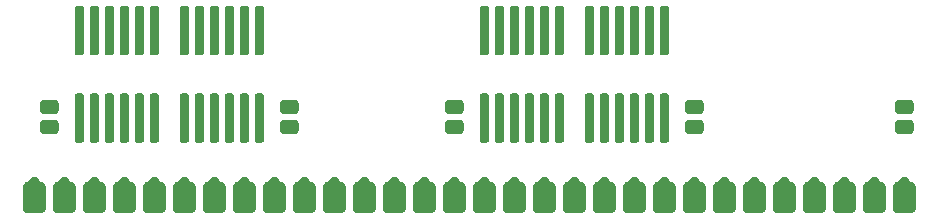
<source format=gts>
G04 #@! TF.GenerationSoftware,KiCad,Pcbnew,(5.1.5-0-10_14)*
G04 #@! TF.CreationDate,2020-05-16T13:07:25-04:00*
G04 #@! TF.ProjectId,simm-30-4mb,73696d6d-2d33-4302-9d34-6d622e6b6963,rev?*
G04 #@! TF.SameCoordinates,Original*
G04 #@! TF.FileFunction,Soldermask,Top*
G04 #@! TF.FilePolarity,Negative*
%FSLAX46Y46*%
G04 Gerber Fmt 4.6, Leading zero omitted, Abs format (unit mm)*
G04 Created by KiCad (PCBNEW (5.1.5-0-10_14)) date 2020-05-16 13:07:25*
%MOMM*%
%LPD*%
G04 APERTURE LIST*
%ADD10C,0.100000*%
G04 APERTURE END LIST*
D10*
G36*
X157618902Y-98348100D02*
G01*
X157705565Y-98383997D01*
X157705569Y-98383999D01*
X157705570Y-98384000D01*
X157744563Y-98410054D01*
X157783560Y-98436111D01*
X157849889Y-98502440D01*
X157902003Y-98580435D01*
X157937900Y-98667098D01*
X157940370Y-98679514D01*
X157943980Y-98691417D01*
X157949848Y-98702396D01*
X157957745Y-98712018D01*
X157967367Y-98719915D01*
X157978345Y-98725783D01*
X157990257Y-98729397D01*
X157996422Y-98730311D01*
X158082244Y-98738764D01*
X158166768Y-98764403D01*
X158244660Y-98806038D01*
X158312933Y-98862067D01*
X158368962Y-98930340D01*
X158410597Y-99008232D01*
X158436236Y-99092756D01*
X158445200Y-99183767D01*
X158445200Y-100968233D01*
X158436236Y-101059244D01*
X158410597Y-101143768D01*
X158368962Y-101221660D01*
X158312933Y-101289933D01*
X158244660Y-101345962D01*
X158166768Y-101387597D01*
X158082244Y-101413236D01*
X157991233Y-101422200D01*
X156968767Y-101422200D01*
X156877756Y-101413236D01*
X156793232Y-101387597D01*
X156715340Y-101345962D01*
X156647067Y-101289933D01*
X156591038Y-101221660D01*
X156549403Y-101143768D01*
X156523764Y-101059244D01*
X156514800Y-100968233D01*
X156514800Y-99183767D01*
X156523764Y-99092756D01*
X156549403Y-99008232D01*
X156591038Y-98930340D01*
X156647067Y-98862067D01*
X156715340Y-98806038D01*
X156793232Y-98764403D01*
X156877756Y-98738764D01*
X156963578Y-98730311D01*
X156975787Y-98727883D01*
X156987287Y-98723119D01*
X156997637Y-98716203D01*
X157006439Y-98707401D01*
X157013355Y-98697051D01*
X157018119Y-98685551D01*
X157019629Y-98679523D01*
X157022100Y-98667098D01*
X157057997Y-98580435D01*
X157110111Y-98502440D01*
X157176440Y-98436111D01*
X157215437Y-98410054D01*
X157254430Y-98384000D01*
X157254431Y-98383999D01*
X157254435Y-98383997D01*
X157341098Y-98348100D01*
X157433098Y-98329800D01*
X157526902Y-98329800D01*
X157618902Y-98348100D01*
G37*
G36*
X155078902Y-98348100D02*
G01*
X155165565Y-98383997D01*
X155165569Y-98383999D01*
X155165570Y-98384000D01*
X155204563Y-98410054D01*
X155243560Y-98436111D01*
X155309889Y-98502440D01*
X155362003Y-98580435D01*
X155397900Y-98667098D01*
X155400370Y-98679514D01*
X155403980Y-98691417D01*
X155409848Y-98702396D01*
X155417745Y-98712018D01*
X155427367Y-98719915D01*
X155438345Y-98725783D01*
X155450257Y-98729397D01*
X155456422Y-98730311D01*
X155542244Y-98738764D01*
X155626768Y-98764403D01*
X155704660Y-98806038D01*
X155772933Y-98862067D01*
X155828962Y-98930340D01*
X155870597Y-99008232D01*
X155896236Y-99092756D01*
X155905200Y-99183767D01*
X155905200Y-100968233D01*
X155896236Y-101059244D01*
X155870597Y-101143768D01*
X155828962Y-101221660D01*
X155772933Y-101289933D01*
X155704660Y-101345962D01*
X155626768Y-101387597D01*
X155542244Y-101413236D01*
X155451233Y-101422200D01*
X154428767Y-101422200D01*
X154337756Y-101413236D01*
X154253232Y-101387597D01*
X154175340Y-101345962D01*
X154107067Y-101289933D01*
X154051038Y-101221660D01*
X154009403Y-101143768D01*
X153983764Y-101059244D01*
X153974800Y-100968233D01*
X153974800Y-99183767D01*
X153983764Y-99092756D01*
X154009403Y-99008232D01*
X154051038Y-98930340D01*
X154107067Y-98862067D01*
X154175340Y-98806038D01*
X154253232Y-98764403D01*
X154337756Y-98738764D01*
X154423578Y-98730311D01*
X154435787Y-98727883D01*
X154447287Y-98723119D01*
X154457637Y-98716203D01*
X154466439Y-98707401D01*
X154473355Y-98697051D01*
X154478119Y-98685551D01*
X154479629Y-98679523D01*
X154482100Y-98667098D01*
X154517997Y-98580435D01*
X154570111Y-98502440D01*
X154636440Y-98436111D01*
X154675437Y-98410054D01*
X154714430Y-98384000D01*
X154714431Y-98383999D01*
X154714435Y-98383997D01*
X154801098Y-98348100D01*
X154893098Y-98329800D01*
X154986902Y-98329800D01*
X155078902Y-98348100D01*
G37*
G36*
X152538902Y-98348100D02*
G01*
X152625565Y-98383997D01*
X152625569Y-98383999D01*
X152625570Y-98384000D01*
X152664563Y-98410054D01*
X152703560Y-98436111D01*
X152769889Y-98502440D01*
X152822003Y-98580435D01*
X152857900Y-98667098D01*
X152860370Y-98679514D01*
X152863980Y-98691417D01*
X152869848Y-98702396D01*
X152877745Y-98712018D01*
X152887367Y-98719915D01*
X152898345Y-98725783D01*
X152910257Y-98729397D01*
X152916422Y-98730311D01*
X153002244Y-98738764D01*
X153086768Y-98764403D01*
X153164660Y-98806038D01*
X153232933Y-98862067D01*
X153288962Y-98930340D01*
X153330597Y-99008232D01*
X153356236Y-99092756D01*
X153365200Y-99183767D01*
X153365200Y-100968233D01*
X153356236Y-101059244D01*
X153330597Y-101143768D01*
X153288962Y-101221660D01*
X153232933Y-101289933D01*
X153164660Y-101345962D01*
X153086768Y-101387597D01*
X153002244Y-101413236D01*
X152911233Y-101422200D01*
X151888767Y-101422200D01*
X151797756Y-101413236D01*
X151713232Y-101387597D01*
X151635340Y-101345962D01*
X151567067Y-101289933D01*
X151511038Y-101221660D01*
X151469403Y-101143768D01*
X151443764Y-101059244D01*
X151434800Y-100968233D01*
X151434800Y-99183767D01*
X151443764Y-99092756D01*
X151469403Y-99008232D01*
X151511038Y-98930340D01*
X151567067Y-98862067D01*
X151635340Y-98806038D01*
X151713232Y-98764403D01*
X151797756Y-98738764D01*
X151883578Y-98730311D01*
X151895787Y-98727883D01*
X151907287Y-98723119D01*
X151917637Y-98716203D01*
X151926439Y-98707401D01*
X151933355Y-98697051D01*
X151938119Y-98685551D01*
X151939629Y-98679523D01*
X151942100Y-98667098D01*
X151977997Y-98580435D01*
X152030111Y-98502440D01*
X152096440Y-98436111D01*
X152135437Y-98410054D01*
X152174430Y-98384000D01*
X152174431Y-98383999D01*
X152174435Y-98383997D01*
X152261098Y-98348100D01*
X152353098Y-98329800D01*
X152446902Y-98329800D01*
X152538902Y-98348100D01*
G37*
G36*
X149998902Y-98348100D02*
G01*
X150085565Y-98383997D01*
X150085569Y-98383999D01*
X150085570Y-98384000D01*
X150124563Y-98410054D01*
X150163560Y-98436111D01*
X150229889Y-98502440D01*
X150282003Y-98580435D01*
X150317900Y-98667098D01*
X150320370Y-98679514D01*
X150323980Y-98691417D01*
X150329848Y-98702396D01*
X150337745Y-98712018D01*
X150347367Y-98719915D01*
X150358345Y-98725783D01*
X150370257Y-98729397D01*
X150376422Y-98730311D01*
X150462244Y-98738764D01*
X150546768Y-98764403D01*
X150624660Y-98806038D01*
X150692933Y-98862067D01*
X150748962Y-98930340D01*
X150790597Y-99008232D01*
X150816236Y-99092756D01*
X150825200Y-99183767D01*
X150825200Y-100968233D01*
X150816236Y-101059244D01*
X150790597Y-101143768D01*
X150748962Y-101221660D01*
X150692933Y-101289933D01*
X150624660Y-101345962D01*
X150546768Y-101387597D01*
X150462244Y-101413236D01*
X150371233Y-101422200D01*
X149348767Y-101422200D01*
X149257756Y-101413236D01*
X149173232Y-101387597D01*
X149095340Y-101345962D01*
X149027067Y-101289933D01*
X148971038Y-101221660D01*
X148929403Y-101143768D01*
X148903764Y-101059244D01*
X148894800Y-100968233D01*
X148894800Y-99183767D01*
X148903764Y-99092756D01*
X148929403Y-99008232D01*
X148971038Y-98930340D01*
X149027067Y-98862067D01*
X149095340Y-98806038D01*
X149173232Y-98764403D01*
X149257756Y-98738764D01*
X149343578Y-98730311D01*
X149355787Y-98727883D01*
X149367287Y-98723119D01*
X149377637Y-98716203D01*
X149386439Y-98707401D01*
X149393355Y-98697051D01*
X149398119Y-98685551D01*
X149399629Y-98679523D01*
X149402100Y-98667098D01*
X149437997Y-98580435D01*
X149490111Y-98502440D01*
X149556440Y-98436111D01*
X149595437Y-98410054D01*
X149634430Y-98384000D01*
X149634431Y-98383999D01*
X149634435Y-98383997D01*
X149721098Y-98348100D01*
X149813098Y-98329800D01*
X149906902Y-98329800D01*
X149998902Y-98348100D01*
G37*
G36*
X147458902Y-98348100D02*
G01*
X147545565Y-98383997D01*
X147545569Y-98383999D01*
X147545570Y-98384000D01*
X147584563Y-98410054D01*
X147623560Y-98436111D01*
X147689889Y-98502440D01*
X147742003Y-98580435D01*
X147777900Y-98667098D01*
X147780370Y-98679514D01*
X147783980Y-98691417D01*
X147789848Y-98702396D01*
X147797745Y-98712018D01*
X147807367Y-98719915D01*
X147818345Y-98725783D01*
X147830257Y-98729397D01*
X147836422Y-98730311D01*
X147922244Y-98738764D01*
X148006768Y-98764403D01*
X148084660Y-98806038D01*
X148152933Y-98862067D01*
X148208962Y-98930340D01*
X148250597Y-99008232D01*
X148276236Y-99092756D01*
X148285200Y-99183767D01*
X148285200Y-100968233D01*
X148276236Y-101059244D01*
X148250597Y-101143768D01*
X148208962Y-101221660D01*
X148152933Y-101289933D01*
X148084660Y-101345962D01*
X148006768Y-101387597D01*
X147922244Y-101413236D01*
X147831233Y-101422200D01*
X146808767Y-101422200D01*
X146717756Y-101413236D01*
X146633232Y-101387597D01*
X146555340Y-101345962D01*
X146487067Y-101289933D01*
X146431038Y-101221660D01*
X146389403Y-101143768D01*
X146363764Y-101059244D01*
X146354800Y-100968233D01*
X146354800Y-99183767D01*
X146363764Y-99092756D01*
X146389403Y-99008232D01*
X146431038Y-98930340D01*
X146487067Y-98862067D01*
X146555340Y-98806038D01*
X146633232Y-98764403D01*
X146717756Y-98738764D01*
X146803578Y-98730311D01*
X146815787Y-98727883D01*
X146827287Y-98723119D01*
X146837637Y-98716203D01*
X146846439Y-98707401D01*
X146853355Y-98697051D01*
X146858119Y-98685551D01*
X146859629Y-98679523D01*
X146862100Y-98667098D01*
X146897997Y-98580435D01*
X146950111Y-98502440D01*
X147016440Y-98436111D01*
X147055437Y-98410054D01*
X147094430Y-98384000D01*
X147094431Y-98383999D01*
X147094435Y-98383997D01*
X147181098Y-98348100D01*
X147273098Y-98329800D01*
X147366902Y-98329800D01*
X147458902Y-98348100D01*
G37*
G36*
X144918902Y-98348100D02*
G01*
X145005565Y-98383997D01*
X145005569Y-98383999D01*
X145005570Y-98384000D01*
X145044563Y-98410054D01*
X145083560Y-98436111D01*
X145149889Y-98502440D01*
X145202003Y-98580435D01*
X145237900Y-98667098D01*
X145240370Y-98679514D01*
X145243980Y-98691417D01*
X145249848Y-98702396D01*
X145257745Y-98712018D01*
X145267367Y-98719915D01*
X145278345Y-98725783D01*
X145290257Y-98729397D01*
X145296422Y-98730311D01*
X145382244Y-98738764D01*
X145466768Y-98764403D01*
X145544660Y-98806038D01*
X145612933Y-98862067D01*
X145668962Y-98930340D01*
X145710597Y-99008232D01*
X145736236Y-99092756D01*
X145745200Y-99183767D01*
X145745200Y-100968233D01*
X145736236Y-101059244D01*
X145710597Y-101143768D01*
X145668962Y-101221660D01*
X145612933Y-101289933D01*
X145544660Y-101345962D01*
X145466768Y-101387597D01*
X145382244Y-101413236D01*
X145291233Y-101422200D01*
X144268767Y-101422200D01*
X144177756Y-101413236D01*
X144093232Y-101387597D01*
X144015340Y-101345962D01*
X143947067Y-101289933D01*
X143891038Y-101221660D01*
X143849403Y-101143768D01*
X143823764Y-101059244D01*
X143814800Y-100968233D01*
X143814800Y-99183767D01*
X143823764Y-99092756D01*
X143849403Y-99008232D01*
X143891038Y-98930340D01*
X143947067Y-98862067D01*
X144015340Y-98806038D01*
X144093232Y-98764403D01*
X144177756Y-98738764D01*
X144263578Y-98730311D01*
X144275787Y-98727883D01*
X144287287Y-98723119D01*
X144297637Y-98716203D01*
X144306439Y-98707401D01*
X144313355Y-98697051D01*
X144318119Y-98685551D01*
X144319629Y-98679523D01*
X144322100Y-98667098D01*
X144357997Y-98580435D01*
X144410111Y-98502440D01*
X144476440Y-98436111D01*
X144515437Y-98410054D01*
X144554430Y-98384000D01*
X144554431Y-98383999D01*
X144554435Y-98383997D01*
X144641098Y-98348100D01*
X144733098Y-98329800D01*
X144826902Y-98329800D01*
X144918902Y-98348100D01*
G37*
G36*
X142378902Y-98348100D02*
G01*
X142465565Y-98383997D01*
X142465569Y-98383999D01*
X142465570Y-98384000D01*
X142504563Y-98410054D01*
X142543560Y-98436111D01*
X142609889Y-98502440D01*
X142662003Y-98580435D01*
X142697900Y-98667098D01*
X142700370Y-98679514D01*
X142703980Y-98691417D01*
X142709848Y-98702396D01*
X142717745Y-98712018D01*
X142727367Y-98719915D01*
X142738345Y-98725783D01*
X142750257Y-98729397D01*
X142756422Y-98730311D01*
X142842244Y-98738764D01*
X142926768Y-98764403D01*
X143004660Y-98806038D01*
X143072933Y-98862067D01*
X143128962Y-98930340D01*
X143170597Y-99008232D01*
X143196236Y-99092756D01*
X143205200Y-99183767D01*
X143205200Y-100968233D01*
X143196236Y-101059244D01*
X143170597Y-101143768D01*
X143128962Y-101221660D01*
X143072933Y-101289933D01*
X143004660Y-101345962D01*
X142926768Y-101387597D01*
X142842244Y-101413236D01*
X142751233Y-101422200D01*
X141728767Y-101422200D01*
X141637756Y-101413236D01*
X141553232Y-101387597D01*
X141475340Y-101345962D01*
X141407067Y-101289933D01*
X141351038Y-101221660D01*
X141309403Y-101143768D01*
X141283764Y-101059244D01*
X141274800Y-100968233D01*
X141274800Y-99183767D01*
X141283764Y-99092756D01*
X141309403Y-99008232D01*
X141351038Y-98930340D01*
X141407067Y-98862067D01*
X141475340Y-98806038D01*
X141553232Y-98764403D01*
X141637756Y-98738764D01*
X141723578Y-98730311D01*
X141735787Y-98727883D01*
X141747287Y-98723119D01*
X141757637Y-98716203D01*
X141766439Y-98707401D01*
X141773355Y-98697051D01*
X141778119Y-98685551D01*
X141779629Y-98679523D01*
X141782100Y-98667098D01*
X141817997Y-98580435D01*
X141870111Y-98502440D01*
X141936440Y-98436111D01*
X141975437Y-98410054D01*
X142014430Y-98384000D01*
X142014431Y-98383999D01*
X142014435Y-98383997D01*
X142101098Y-98348100D01*
X142193098Y-98329800D01*
X142286902Y-98329800D01*
X142378902Y-98348100D01*
G37*
G36*
X139838902Y-98348100D02*
G01*
X139925565Y-98383997D01*
X139925569Y-98383999D01*
X139925570Y-98384000D01*
X139964563Y-98410054D01*
X140003560Y-98436111D01*
X140069889Y-98502440D01*
X140122003Y-98580435D01*
X140157900Y-98667098D01*
X140160370Y-98679514D01*
X140163980Y-98691417D01*
X140169848Y-98702396D01*
X140177745Y-98712018D01*
X140187367Y-98719915D01*
X140198345Y-98725783D01*
X140210257Y-98729397D01*
X140216422Y-98730311D01*
X140302244Y-98738764D01*
X140386768Y-98764403D01*
X140464660Y-98806038D01*
X140532933Y-98862067D01*
X140588962Y-98930340D01*
X140630597Y-99008232D01*
X140656236Y-99092756D01*
X140665200Y-99183767D01*
X140665200Y-100968233D01*
X140656236Y-101059244D01*
X140630597Y-101143768D01*
X140588962Y-101221660D01*
X140532933Y-101289933D01*
X140464660Y-101345962D01*
X140386768Y-101387597D01*
X140302244Y-101413236D01*
X140211233Y-101422200D01*
X139188767Y-101422200D01*
X139097756Y-101413236D01*
X139013232Y-101387597D01*
X138935340Y-101345962D01*
X138867067Y-101289933D01*
X138811038Y-101221660D01*
X138769403Y-101143768D01*
X138743764Y-101059244D01*
X138734800Y-100968233D01*
X138734800Y-99183767D01*
X138743764Y-99092756D01*
X138769403Y-99008232D01*
X138811038Y-98930340D01*
X138867067Y-98862067D01*
X138935340Y-98806038D01*
X139013232Y-98764403D01*
X139097756Y-98738764D01*
X139183578Y-98730311D01*
X139195787Y-98727883D01*
X139207287Y-98723119D01*
X139217637Y-98716203D01*
X139226439Y-98707401D01*
X139233355Y-98697051D01*
X139238119Y-98685551D01*
X139239629Y-98679523D01*
X139242100Y-98667098D01*
X139277997Y-98580435D01*
X139330111Y-98502440D01*
X139396440Y-98436111D01*
X139435437Y-98410054D01*
X139474430Y-98384000D01*
X139474431Y-98383999D01*
X139474435Y-98383997D01*
X139561098Y-98348100D01*
X139653098Y-98329800D01*
X139746902Y-98329800D01*
X139838902Y-98348100D01*
G37*
G36*
X137298902Y-98348100D02*
G01*
X137385565Y-98383997D01*
X137385569Y-98383999D01*
X137385570Y-98384000D01*
X137424563Y-98410054D01*
X137463560Y-98436111D01*
X137529889Y-98502440D01*
X137582003Y-98580435D01*
X137617900Y-98667098D01*
X137620370Y-98679514D01*
X137623980Y-98691417D01*
X137629848Y-98702396D01*
X137637745Y-98712018D01*
X137647367Y-98719915D01*
X137658345Y-98725783D01*
X137670257Y-98729397D01*
X137676422Y-98730311D01*
X137762244Y-98738764D01*
X137846768Y-98764403D01*
X137924660Y-98806038D01*
X137992933Y-98862067D01*
X138048962Y-98930340D01*
X138090597Y-99008232D01*
X138116236Y-99092756D01*
X138125200Y-99183767D01*
X138125200Y-100968233D01*
X138116236Y-101059244D01*
X138090597Y-101143768D01*
X138048962Y-101221660D01*
X137992933Y-101289933D01*
X137924660Y-101345962D01*
X137846768Y-101387597D01*
X137762244Y-101413236D01*
X137671233Y-101422200D01*
X136648767Y-101422200D01*
X136557756Y-101413236D01*
X136473232Y-101387597D01*
X136395340Y-101345962D01*
X136327067Y-101289933D01*
X136271038Y-101221660D01*
X136229403Y-101143768D01*
X136203764Y-101059244D01*
X136194800Y-100968233D01*
X136194800Y-99183767D01*
X136203764Y-99092756D01*
X136229403Y-99008232D01*
X136271038Y-98930340D01*
X136327067Y-98862067D01*
X136395340Y-98806038D01*
X136473232Y-98764403D01*
X136557756Y-98738764D01*
X136643578Y-98730311D01*
X136655787Y-98727883D01*
X136667287Y-98723119D01*
X136677637Y-98716203D01*
X136686439Y-98707401D01*
X136693355Y-98697051D01*
X136698119Y-98685551D01*
X136699629Y-98679523D01*
X136702100Y-98667098D01*
X136737997Y-98580435D01*
X136790111Y-98502440D01*
X136856440Y-98436111D01*
X136895437Y-98410054D01*
X136934430Y-98384000D01*
X136934431Y-98383999D01*
X136934435Y-98383997D01*
X137021098Y-98348100D01*
X137113098Y-98329800D01*
X137206902Y-98329800D01*
X137298902Y-98348100D01*
G37*
G36*
X134758902Y-98348100D02*
G01*
X134845565Y-98383997D01*
X134845569Y-98383999D01*
X134845570Y-98384000D01*
X134884563Y-98410054D01*
X134923560Y-98436111D01*
X134989889Y-98502440D01*
X135042003Y-98580435D01*
X135077900Y-98667098D01*
X135080370Y-98679514D01*
X135083980Y-98691417D01*
X135089848Y-98702396D01*
X135097745Y-98712018D01*
X135107367Y-98719915D01*
X135118345Y-98725783D01*
X135130257Y-98729397D01*
X135136422Y-98730311D01*
X135222244Y-98738764D01*
X135306768Y-98764403D01*
X135384660Y-98806038D01*
X135452933Y-98862067D01*
X135508962Y-98930340D01*
X135550597Y-99008232D01*
X135576236Y-99092756D01*
X135585200Y-99183767D01*
X135585200Y-100968233D01*
X135576236Y-101059244D01*
X135550597Y-101143768D01*
X135508962Y-101221660D01*
X135452933Y-101289933D01*
X135384660Y-101345962D01*
X135306768Y-101387597D01*
X135222244Y-101413236D01*
X135131233Y-101422200D01*
X134108767Y-101422200D01*
X134017756Y-101413236D01*
X133933232Y-101387597D01*
X133855340Y-101345962D01*
X133787067Y-101289933D01*
X133731038Y-101221660D01*
X133689403Y-101143768D01*
X133663764Y-101059244D01*
X133654800Y-100968233D01*
X133654800Y-99183767D01*
X133663764Y-99092756D01*
X133689403Y-99008232D01*
X133731038Y-98930340D01*
X133787067Y-98862067D01*
X133855340Y-98806038D01*
X133933232Y-98764403D01*
X134017756Y-98738764D01*
X134103578Y-98730311D01*
X134115787Y-98727883D01*
X134127287Y-98723119D01*
X134137637Y-98716203D01*
X134146439Y-98707401D01*
X134153355Y-98697051D01*
X134158119Y-98685551D01*
X134159629Y-98679523D01*
X134162100Y-98667098D01*
X134197997Y-98580435D01*
X134250111Y-98502440D01*
X134316440Y-98436111D01*
X134355437Y-98410054D01*
X134394430Y-98384000D01*
X134394431Y-98383999D01*
X134394435Y-98383997D01*
X134481098Y-98348100D01*
X134573098Y-98329800D01*
X134666902Y-98329800D01*
X134758902Y-98348100D01*
G37*
G36*
X132218902Y-98348100D02*
G01*
X132305565Y-98383997D01*
X132305569Y-98383999D01*
X132305570Y-98384000D01*
X132344563Y-98410054D01*
X132383560Y-98436111D01*
X132449889Y-98502440D01*
X132502003Y-98580435D01*
X132537900Y-98667098D01*
X132540370Y-98679514D01*
X132543980Y-98691417D01*
X132549848Y-98702396D01*
X132557745Y-98712018D01*
X132567367Y-98719915D01*
X132578345Y-98725783D01*
X132590257Y-98729397D01*
X132596422Y-98730311D01*
X132682244Y-98738764D01*
X132766768Y-98764403D01*
X132844660Y-98806038D01*
X132912933Y-98862067D01*
X132968962Y-98930340D01*
X133010597Y-99008232D01*
X133036236Y-99092756D01*
X133045200Y-99183767D01*
X133045200Y-100968233D01*
X133036236Y-101059244D01*
X133010597Y-101143768D01*
X132968962Y-101221660D01*
X132912933Y-101289933D01*
X132844660Y-101345962D01*
X132766768Y-101387597D01*
X132682244Y-101413236D01*
X132591233Y-101422200D01*
X131568767Y-101422200D01*
X131477756Y-101413236D01*
X131393232Y-101387597D01*
X131315340Y-101345962D01*
X131247067Y-101289933D01*
X131191038Y-101221660D01*
X131149403Y-101143768D01*
X131123764Y-101059244D01*
X131114800Y-100968233D01*
X131114800Y-99183767D01*
X131123764Y-99092756D01*
X131149403Y-99008232D01*
X131191038Y-98930340D01*
X131247067Y-98862067D01*
X131315340Y-98806038D01*
X131393232Y-98764403D01*
X131477756Y-98738764D01*
X131563578Y-98730311D01*
X131575787Y-98727883D01*
X131587287Y-98723119D01*
X131597637Y-98716203D01*
X131606439Y-98707401D01*
X131613355Y-98697051D01*
X131618119Y-98685551D01*
X131619629Y-98679523D01*
X131622100Y-98667098D01*
X131657997Y-98580435D01*
X131710111Y-98502440D01*
X131776440Y-98436111D01*
X131815437Y-98410054D01*
X131854430Y-98384000D01*
X131854431Y-98383999D01*
X131854435Y-98383997D01*
X131941098Y-98348100D01*
X132033098Y-98329800D01*
X132126902Y-98329800D01*
X132218902Y-98348100D01*
G37*
G36*
X129678902Y-98348100D02*
G01*
X129765565Y-98383997D01*
X129765569Y-98383999D01*
X129765570Y-98384000D01*
X129804563Y-98410054D01*
X129843560Y-98436111D01*
X129909889Y-98502440D01*
X129962003Y-98580435D01*
X129997900Y-98667098D01*
X130000370Y-98679514D01*
X130003980Y-98691417D01*
X130009848Y-98702396D01*
X130017745Y-98712018D01*
X130027367Y-98719915D01*
X130038345Y-98725783D01*
X130050257Y-98729397D01*
X130056422Y-98730311D01*
X130142244Y-98738764D01*
X130226768Y-98764403D01*
X130304660Y-98806038D01*
X130372933Y-98862067D01*
X130428962Y-98930340D01*
X130470597Y-99008232D01*
X130496236Y-99092756D01*
X130505200Y-99183767D01*
X130505200Y-100968233D01*
X130496236Y-101059244D01*
X130470597Y-101143768D01*
X130428962Y-101221660D01*
X130372933Y-101289933D01*
X130304660Y-101345962D01*
X130226768Y-101387597D01*
X130142244Y-101413236D01*
X130051233Y-101422200D01*
X129028767Y-101422200D01*
X128937756Y-101413236D01*
X128853232Y-101387597D01*
X128775340Y-101345962D01*
X128707067Y-101289933D01*
X128651038Y-101221660D01*
X128609403Y-101143768D01*
X128583764Y-101059244D01*
X128574800Y-100968233D01*
X128574800Y-99183767D01*
X128583764Y-99092756D01*
X128609403Y-99008232D01*
X128651038Y-98930340D01*
X128707067Y-98862067D01*
X128775340Y-98806038D01*
X128853232Y-98764403D01*
X128937756Y-98738764D01*
X129023578Y-98730311D01*
X129035787Y-98727883D01*
X129047287Y-98723119D01*
X129057637Y-98716203D01*
X129066439Y-98707401D01*
X129073355Y-98697051D01*
X129078119Y-98685551D01*
X129079629Y-98679523D01*
X129082100Y-98667098D01*
X129117997Y-98580435D01*
X129170111Y-98502440D01*
X129236440Y-98436111D01*
X129275437Y-98410054D01*
X129314430Y-98384000D01*
X129314431Y-98383999D01*
X129314435Y-98383997D01*
X129401098Y-98348100D01*
X129493098Y-98329800D01*
X129586902Y-98329800D01*
X129678902Y-98348100D01*
G37*
G36*
X127138902Y-98348100D02*
G01*
X127225565Y-98383997D01*
X127225569Y-98383999D01*
X127225570Y-98384000D01*
X127264563Y-98410054D01*
X127303560Y-98436111D01*
X127369889Y-98502440D01*
X127422003Y-98580435D01*
X127457900Y-98667098D01*
X127460370Y-98679514D01*
X127463980Y-98691417D01*
X127469848Y-98702396D01*
X127477745Y-98712018D01*
X127487367Y-98719915D01*
X127498345Y-98725783D01*
X127510257Y-98729397D01*
X127516422Y-98730311D01*
X127602244Y-98738764D01*
X127686768Y-98764403D01*
X127764660Y-98806038D01*
X127832933Y-98862067D01*
X127888962Y-98930340D01*
X127930597Y-99008232D01*
X127956236Y-99092756D01*
X127965200Y-99183767D01*
X127965200Y-100968233D01*
X127956236Y-101059244D01*
X127930597Y-101143768D01*
X127888962Y-101221660D01*
X127832933Y-101289933D01*
X127764660Y-101345962D01*
X127686768Y-101387597D01*
X127602244Y-101413236D01*
X127511233Y-101422200D01*
X126488767Y-101422200D01*
X126397756Y-101413236D01*
X126313232Y-101387597D01*
X126235340Y-101345962D01*
X126167067Y-101289933D01*
X126111038Y-101221660D01*
X126069403Y-101143768D01*
X126043764Y-101059244D01*
X126034800Y-100968233D01*
X126034800Y-99183767D01*
X126043764Y-99092756D01*
X126069403Y-99008232D01*
X126111038Y-98930340D01*
X126167067Y-98862067D01*
X126235340Y-98806038D01*
X126313232Y-98764403D01*
X126397756Y-98738764D01*
X126483578Y-98730311D01*
X126495787Y-98727883D01*
X126507287Y-98723119D01*
X126517637Y-98716203D01*
X126526439Y-98707401D01*
X126533355Y-98697051D01*
X126538119Y-98685551D01*
X126539629Y-98679523D01*
X126542100Y-98667098D01*
X126577997Y-98580435D01*
X126630111Y-98502440D01*
X126696440Y-98436111D01*
X126735437Y-98410054D01*
X126774430Y-98384000D01*
X126774431Y-98383999D01*
X126774435Y-98383997D01*
X126861098Y-98348100D01*
X126953098Y-98329800D01*
X127046902Y-98329800D01*
X127138902Y-98348100D01*
G37*
G36*
X124598902Y-98348100D02*
G01*
X124685565Y-98383997D01*
X124685569Y-98383999D01*
X124685570Y-98384000D01*
X124724563Y-98410054D01*
X124763560Y-98436111D01*
X124829889Y-98502440D01*
X124882003Y-98580435D01*
X124917900Y-98667098D01*
X124920370Y-98679514D01*
X124923980Y-98691417D01*
X124929848Y-98702396D01*
X124937745Y-98712018D01*
X124947367Y-98719915D01*
X124958345Y-98725783D01*
X124970257Y-98729397D01*
X124976422Y-98730311D01*
X125062244Y-98738764D01*
X125146768Y-98764403D01*
X125224660Y-98806038D01*
X125292933Y-98862067D01*
X125348962Y-98930340D01*
X125390597Y-99008232D01*
X125416236Y-99092756D01*
X125425200Y-99183767D01*
X125425200Y-100968233D01*
X125416236Y-101059244D01*
X125390597Y-101143768D01*
X125348962Y-101221660D01*
X125292933Y-101289933D01*
X125224660Y-101345962D01*
X125146768Y-101387597D01*
X125062244Y-101413236D01*
X124971233Y-101422200D01*
X123948767Y-101422200D01*
X123857756Y-101413236D01*
X123773232Y-101387597D01*
X123695340Y-101345962D01*
X123627067Y-101289933D01*
X123571038Y-101221660D01*
X123529403Y-101143768D01*
X123503764Y-101059244D01*
X123494800Y-100968233D01*
X123494800Y-99183767D01*
X123503764Y-99092756D01*
X123529403Y-99008232D01*
X123571038Y-98930340D01*
X123627067Y-98862067D01*
X123695340Y-98806038D01*
X123773232Y-98764403D01*
X123857756Y-98738764D01*
X123943578Y-98730311D01*
X123955787Y-98727883D01*
X123967287Y-98723119D01*
X123977637Y-98716203D01*
X123986439Y-98707401D01*
X123993355Y-98697051D01*
X123998119Y-98685551D01*
X123999629Y-98679523D01*
X124002100Y-98667098D01*
X124037997Y-98580435D01*
X124090111Y-98502440D01*
X124156440Y-98436111D01*
X124195437Y-98410054D01*
X124234430Y-98384000D01*
X124234431Y-98383999D01*
X124234435Y-98383997D01*
X124321098Y-98348100D01*
X124413098Y-98329800D01*
X124506902Y-98329800D01*
X124598902Y-98348100D01*
G37*
G36*
X122058902Y-98348100D02*
G01*
X122145565Y-98383997D01*
X122145569Y-98383999D01*
X122145570Y-98384000D01*
X122184563Y-98410054D01*
X122223560Y-98436111D01*
X122289889Y-98502440D01*
X122342003Y-98580435D01*
X122377900Y-98667098D01*
X122380370Y-98679514D01*
X122383980Y-98691417D01*
X122389848Y-98702396D01*
X122397745Y-98712018D01*
X122407367Y-98719915D01*
X122418345Y-98725783D01*
X122430257Y-98729397D01*
X122436422Y-98730311D01*
X122522244Y-98738764D01*
X122606768Y-98764403D01*
X122684660Y-98806038D01*
X122752933Y-98862067D01*
X122808962Y-98930340D01*
X122850597Y-99008232D01*
X122876236Y-99092756D01*
X122885200Y-99183767D01*
X122885200Y-100968233D01*
X122876236Y-101059244D01*
X122850597Y-101143768D01*
X122808962Y-101221660D01*
X122752933Y-101289933D01*
X122684660Y-101345962D01*
X122606768Y-101387597D01*
X122522244Y-101413236D01*
X122431233Y-101422200D01*
X121408767Y-101422200D01*
X121317756Y-101413236D01*
X121233232Y-101387597D01*
X121155340Y-101345962D01*
X121087067Y-101289933D01*
X121031038Y-101221660D01*
X120989403Y-101143768D01*
X120963764Y-101059244D01*
X120954800Y-100968233D01*
X120954800Y-99183767D01*
X120963764Y-99092756D01*
X120989403Y-99008232D01*
X121031038Y-98930340D01*
X121087067Y-98862067D01*
X121155340Y-98806038D01*
X121233232Y-98764403D01*
X121317756Y-98738764D01*
X121403578Y-98730311D01*
X121415787Y-98727883D01*
X121427287Y-98723119D01*
X121437637Y-98716203D01*
X121446439Y-98707401D01*
X121453355Y-98697051D01*
X121458119Y-98685551D01*
X121459629Y-98679523D01*
X121462100Y-98667098D01*
X121497997Y-98580435D01*
X121550111Y-98502440D01*
X121616440Y-98436111D01*
X121655437Y-98410054D01*
X121694430Y-98384000D01*
X121694431Y-98383999D01*
X121694435Y-98383997D01*
X121781098Y-98348100D01*
X121873098Y-98329800D01*
X121966902Y-98329800D01*
X122058902Y-98348100D01*
G37*
G36*
X119518902Y-98348100D02*
G01*
X119605565Y-98383997D01*
X119605569Y-98383999D01*
X119605570Y-98384000D01*
X119644563Y-98410054D01*
X119683560Y-98436111D01*
X119749889Y-98502440D01*
X119802003Y-98580435D01*
X119837900Y-98667098D01*
X119840370Y-98679514D01*
X119843980Y-98691417D01*
X119849848Y-98702396D01*
X119857745Y-98712018D01*
X119867367Y-98719915D01*
X119878345Y-98725783D01*
X119890257Y-98729397D01*
X119896422Y-98730311D01*
X119982244Y-98738764D01*
X120066768Y-98764403D01*
X120144660Y-98806038D01*
X120212933Y-98862067D01*
X120268962Y-98930340D01*
X120310597Y-99008232D01*
X120336236Y-99092756D01*
X120345200Y-99183767D01*
X120345200Y-100968233D01*
X120336236Y-101059244D01*
X120310597Y-101143768D01*
X120268962Y-101221660D01*
X120212933Y-101289933D01*
X120144660Y-101345962D01*
X120066768Y-101387597D01*
X119982244Y-101413236D01*
X119891233Y-101422200D01*
X118868767Y-101422200D01*
X118777756Y-101413236D01*
X118693232Y-101387597D01*
X118615340Y-101345962D01*
X118547067Y-101289933D01*
X118491038Y-101221660D01*
X118449403Y-101143768D01*
X118423764Y-101059244D01*
X118414800Y-100968233D01*
X118414800Y-99183767D01*
X118423764Y-99092756D01*
X118449403Y-99008232D01*
X118491038Y-98930340D01*
X118547067Y-98862067D01*
X118615340Y-98806038D01*
X118693232Y-98764403D01*
X118777756Y-98738764D01*
X118863578Y-98730311D01*
X118875787Y-98727883D01*
X118887287Y-98723119D01*
X118897637Y-98716203D01*
X118906439Y-98707401D01*
X118913355Y-98697051D01*
X118918119Y-98685551D01*
X118919629Y-98679523D01*
X118922100Y-98667098D01*
X118957997Y-98580435D01*
X119010111Y-98502440D01*
X119076440Y-98436111D01*
X119115437Y-98410054D01*
X119154430Y-98384000D01*
X119154431Y-98383999D01*
X119154435Y-98383997D01*
X119241098Y-98348100D01*
X119333098Y-98329800D01*
X119426902Y-98329800D01*
X119518902Y-98348100D01*
G37*
G36*
X116978902Y-98348100D02*
G01*
X117065565Y-98383997D01*
X117065569Y-98383999D01*
X117065570Y-98384000D01*
X117104563Y-98410054D01*
X117143560Y-98436111D01*
X117209889Y-98502440D01*
X117262003Y-98580435D01*
X117297900Y-98667098D01*
X117300370Y-98679514D01*
X117303980Y-98691417D01*
X117309848Y-98702396D01*
X117317745Y-98712018D01*
X117327367Y-98719915D01*
X117338345Y-98725783D01*
X117350257Y-98729397D01*
X117356422Y-98730311D01*
X117442244Y-98738764D01*
X117526768Y-98764403D01*
X117604660Y-98806038D01*
X117672933Y-98862067D01*
X117728962Y-98930340D01*
X117770597Y-99008232D01*
X117796236Y-99092756D01*
X117805200Y-99183767D01*
X117805200Y-100968233D01*
X117796236Y-101059244D01*
X117770597Y-101143768D01*
X117728962Y-101221660D01*
X117672933Y-101289933D01*
X117604660Y-101345962D01*
X117526768Y-101387597D01*
X117442244Y-101413236D01*
X117351233Y-101422200D01*
X116328767Y-101422200D01*
X116237756Y-101413236D01*
X116153232Y-101387597D01*
X116075340Y-101345962D01*
X116007067Y-101289933D01*
X115951038Y-101221660D01*
X115909403Y-101143768D01*
X115883764Y-101059244D01*
X115874800Y-100968233D01*
X115874800Y-99183767D01*
X115883764Y-99092756D01*
X115909403Y-99008232D01*
X115951038Y-98930340D01*
X116007067Y-98862067D01*
X116075340Y-98806038D01*
X116153232Y-98764403D01*
X116237756Y-98738764D01*
X116323578Y-98730311D01*
X116335787Y-98727883D01*
X116347287Y-98723119D01*
X116357637Y-98716203D01*
X116366439Y-98707401D01*
X116373355Y-98697051D01*
X116378119Y-98685551D01*
X116379629Y-98679523D01*
X116382100Y-98667098D01*
X116417997Y-98580435D01*
X116470111Y-98502440D01*
X116536440Y-98436111D01*
X116575437Y-98410054D01*
X116614430Y-98384000D01*
X116614431Y-98383999D01*
X116614435Y-98383997D01*
X116701098Y-98348100D01*
X116793098Y-98329800D01*
X116886902Y-98329800D01*
X116978902Y-98348100D01*
G37*
G36*
X114438902Y-98348100D02*
G01*
X114525565Y-98383997D01*
X114525569Y-98383999D01*
X114525570Y-98384000D01*
X114564563Y-98410054D01*
X114603560Y-98436111D01*
X114669889Y-98502440D01*
X114722003Y-98580435D01*
X114757900Y-98667098D01*
X114760370Y-98679514D01*
X114763980Y-98691417D01*
X114769848Y-98702396D01*
X114777745Y-98712018D01*
X114787367Y-98719915D01*
X114798345Y-98725783D01*
X114810257Y-98729397D01*
X114816422Y-98730311D01*
X114902244Y-98738764D01*
X114986768Y-98764403D01*
X115064660Y-98806038D01*
X115132933Y-98862067D01*
X115188962Y-98930340D01*
X115230597Y-99008232D01*
X115256236Y-99092756D01*
X115265200Y-99183767D01*
X115265200Y-100968233D01*
X115256236Y-101059244D01*
X115230597Y-101143768D01*
X115188962Y-101221660D01*
X115132933Y-101289933D01*
X115064660Y-101345962D01*
X114986768Y-101387597D01*
X114902244Y-101413236D01*
X114811233Y-101422200D01*
X113788767Y-101422200D01*
X113697756Y-101413236D01*
X113613232Y-101387597D01*
X113535340Y-101345962D01*
X113467067Y-101289933D01*
X113411038Y-101221660D01*
X113369403Y-101143768D01*
X113343764Y-101059244D01*
X113334800Y-100968233D01*
X113334800Y-99183767D01*
X113343764Y-99092756D01*
X113369403Y-99008232D01*
X113411038Y-98930340D01*
X113467067Y-98862067D01*
X113535340Y-98806038D01*
X113613232Y-98764403D01*
X113697756Y-98738764D01*
X113783578Y-98730311D01*
X113795787Y-98727883D01*
X113807287Y-98723119D01*
X113817637Y-98716203D01*
X113826439Y-98707401D01*
X113833355Y-98697051D01*
X113838119Y-98685551D01*
X113839629Y-98679523D01*
X113842100Y-98667098D01*
X113877997Y-98580435D01*
X113930111Y-98502440D01*
X113996440Y-98436111D01*
X114035437Y-98410054D01*
X114074430Y-98384000D01*
X114074431Y-98383999D01*
X114074435Y-98383997D01*
X114161098Y-98348100D01*
X114253098Y-98329800D01*
X114346902Y-98329800D01*
X114438902Y-98348100D01*
G37*
G36*
X111898902Y-98348100D02*
G01*
X111985565Y-98383997D01*
X111985569Y-98383999D01*
X111985570Y-98384000D01*
X112024563Y-98410054D01*
X112063560Y-98436111D01*
X112129889Y-98502440D01*
X112182003Y-98580435D01*
X112217900Y-98667098D01*
X112220370Y-98679514D01*
X112223980Y-98691417D01*
X112229848Y-98702396D01*
X112237745Y-98712018D01*
X112247367Y-98719915D01*
X112258345Y-98725783D01*
X112270257Y-98729397D01*
X112276422Y-98730311D01*
X112362244Y-98738764D01*
X112446768Y-98764403D01*
X112524660Y-98806038D01*
X112592933Y-98862067D01*
X112648962Y-98930340D01*
X112690597Y-99008232D01*
X112716236Y-99092756D01*
X112725200Y-99183767D01*
X112725200Y-100968233D01*
X112716236Y-101059244D01*
X112690597Y-101143768D01*
X112648962Y-101221660D01*
X112592933Y-101289933D01*
X112524660Y-101345962D01*
X112446768Y-101387597D01*
X112362244Y-101413236D01*
X112271233Y-101422200D01*
X111248767Y-101422200D01*
X111157756Y-101413236D01*
X111073232Y-101387597D01*
X110995340Y-101345962D01*
X110927067Y-101289933D01*
X110871038Y-101221660D01*
X110829403Y-101143768D01*
X110803764Y-101059244D01*
X110794800Y-100968233D01*
X110794800Y-99183767D01*
X110803764Y-99092756D01*
X110829403Y-99008232D01*
X110871038Y-98930340D01*
X110927067Y-98862067D01*
X110995340Y-98806038D01*
X111073232Y-98764403D01*
X111157756Y-98738764D01*
X111243578Y-98730311D01*
X111255787Y-98727883D01*
X111267287Y-98723119D01*
X111277637Y-98716203D01*
X111286439Y-98707401D01*
X111293355Y-98697051D01*
X111298119Y-98685551D01*
X111299629Y-98679523D01*
X111302100Y-98667098D01*
X111337997Y-98580435D01*
X111390111Y-98502440D01*
X111456440Y-98436111D01*
X111495437Y-98410054D01*
X111534430Y-98384000D01*
X111534431Y-98383999D01*
X111534435Y-98383997D01*
X111621098Y-98348100D01*
X111713098Y-98329800D01*
X111806902Y-98329800D01*
X111898902Y-98348100D01*
G37*
G36*
X109358902Y-98348100D02*
G01*
X109445565Y-98383997D01*
X109445569Y-98383999D01*
X109445570Y-98384000D01*
X109484563Y-98410054D01*
X109523560Y-98436111D01*
X109589889Y-98502440D01*
X109642003Y-98580435D01*
X109677900Y-98667098D01*
X109680370Y-98679514D01*
X109683980Y-98691417D01*
X109689848Y-98702396D01*
X109697745Y-98712018D01*
X109707367Y-98719915D01*
X109718345Y-98725783D01*
X109730257Y-98729397D01*
X109736422Y-98730311D01*
X109822244Y-98738764D01*
X109906768Y-98764403D01*
X109984660Y-98806038D01*
X110052933Y-98862067D01*
X110108962Y-98930340D01*
X110150597Y-99008232D01*
X110176236Y-99092756D01*
X110185200Y-99183767D01*
X110185200Y-100968233D01*
X110176236Y-101059244D01*
X110150597Y-101143768D01*
X110108962Y-101221660D01*
X110052933Y-101289933D01*
X109984660Y-101345962D01*
X109906768Y-101387597D01*
X109822244Y-101413236D01*
X109731233Y-101422200D01*
X108708767Y-101422200D01*
X108617756Y-101413236D01*
X108533232Y-101387597D01*
X108455340Y-101345962D01*
X108387067Y-101289933D01*
X108331038Y-101221660D01*
X108289403Y-101143768D01*
X108263764Y-101059244D01*
X108254800Y-100968233D01*
X108254800Y-99183767D01*
X108263764Y-99092756D01*
X108289403Y-99008232D01*
X108331038Y-98930340D01*
X108387067Y-98862067D01*
X108455340Y-98806038D01*
X108533232Y-98764403D01*
X108617756Y-98738764D01*
X108703578Y-98730311D01*
X108715787Y-98727883D01*
X108727287Y-98723119D01*
X108737637Y-98716203D01*
X108746439Y-98707401D01*
X108753355Y-98697051D01*
X108758119Y-98685551D01*
X108759629Y-98679523D01*
X108762100Y-98667098D01*
X108797997Y-98580435D01*
X108850111Y-98502440D01*
X108916440Y-98436111D01*
X108955437Y-98410054D01*
X108994430Y-98384000D01*
X108994431Y-98383999D01*
X108994435Y-98383997D01*
X109081098Y-98348100D01*
X109173098Y-98329800D01*
X109266902Y-98329800D01*
X109358902Y-98348100D01*
G37*
G36*
X106818902Y-98348100D02*
G01*
X106905565Y-98383997D01*
X106905569Y-98383999D01*
X106905570Y-98384000D01*
X106944563Y-98410054D01*
X106983560Y-98436111D01*
X107049889Y-98502440D01*
X107102003Y-98580435D01*
X107137900Y-98667098D01*
X107140370Y-98679514D01*
X107143980Y-98691417D01*
X107149848Y-98702396D01*
X107157745Y-98712018D01*
X107167367Y-98719915D01*
X107178345Y-98725783D01*
X107190257Y-98729397D01*
X107196422Y-98730311D01*
X107282244Y-98738764D01*
X107366768Y-98764403D01*
X107444660Y-98806038D01*
X107512933Y-98862067D01*
X107568962Y-98930340D01*
X107610597Y-99008232D01*
X107636236Y-99092756D01*
X107645200Y-99183767D01*
X107645200Y-100968233D01*
X107636236Y-101059244D01*
X107610597Y-101143768D01*
X107568962Y-101221660D01*
X107512933Y-101289933D01*
X107444660Y-101345962D01*
X107366768Y-101387597D01*
X107282244Y-101413236D01*
X107191233Y-101422200D01*
X106168767Y-101422200D01*
X106077756Y-101413236D01*
X105993232Y-101387597D01*
X105915340Y-101345962D01*
X105847067Y-101289933D01*
X105791038Y-101221660D01*
X105749403Y-101143768D01*
X105723764Y-101059244D01*
X105714800Y-100968233D01*
X105714800Y-99183767D01*
X105723764Y-99092756D01*
X105749403Y-99008232D01*
X105791038Y-98930340D01*
X105847067Y-98862067D01*
X105915340Y-98806038D01*
X105993232Y-98764403D01*
X106077756Y-98738764D01*
X106163578Y-98730311D01*
X106175787Y-98727883D01*
X106187287Y-98723119D01*
X106197637Y-98716203D01*
X106206439Y-98707401D01*
X106213355Y-98697051D01*
X106218119Y-98685551D01*
X106219629Y-98679523D01*
X106222100Y-98667098D01*
X106257997Y-98580435D01*
X106310111Y-98502440D01*
X106376440Y-98436111D01*
X106415437Y-98410054D01*
X106454430Y-98384000D01*
X106454431Y-98383999D01*
X106454435Y-98383997D01*
X106541098Y-98348100D01*
X106633098Y-98329800D01*
X106726902Y-98329800D01*
X106818902Y-98348100D01*
G37*
G36*
X104278902Y-98348100D02*
G01*
X104365565Y-98383997D01*
X104365569Y-98383999D01*
X104365570Y-98384000D01*
X104404563Y-98410054D01*
X104443560Y-98436111D01*
X104509889Y-98502440D01*
X104562003Y-98580435D01*
X104597900Y-98667098D01*
X104600370Y-98679514D01*
X104603980Y-98691417D01*
X104609848Y-98702396D01*
X104617745Y-98712018D01*
X104627367Y-98719915D01*
X104638345Y-98725783D01*
X104650257Y-98729397D01*
X104656422Y-98730311D01*
X104742244Y-98738764D01*
X104826768Y-98764403D01*
X104904660Y-98806038D01*
X104972933Y-98862067D01*
X105028962Y-98930340D01*
X105070597Y-99008232D01*
X105096236Y-99092756D01*
X105105200Y-99183767D01*
X105105200Y-100968233D01*
X105096236Y-101059244D01*
X105070597Y-101143768D01*
X105028962Y-101221660D01*
X104972933Y-101289933D01*
X104904660Y-101345962D01*
X104826768Y-101387597D01*
X104742244Y-101413236D01*
X104651233Y-101422200D01*
X103628767Y-101422200D01*
X103537756Y-101413236D01*
X103453232Y-101387597D01*
X103375340Y-101345962D01*
X103307067Y-101289933D01*
X103251038Y-101221660D01*
X103209403Y-101143768D01*
X103183764Y-101059244D01*
X103174800Y-100968233D01*
X103174800Y-99183767D01*
X103183764Y-99092756D01*
X103209403Y-99008232D01*
X103251038Y-98930340D01*
X103307067Y-98862067D01*
X103375340Y-98806038D01*
X103453232Y-98764403D01*
X103537756Y-98738764D01*
X103623578Y-98730311D01*
X103635787Y-98727883D01*
X103647287Y-98723119D01*
X103657637Y-98716203D01*
X103666439Y-98707401D01*
X103673355Y-98697051D01*
X103678119Y-98685551D01*
X103679629Y-98679523D01*
X103682100Y-98667098D01*
X103717997Y-98580435D01*
X103770111Y-98502440D01*
X103836440Y-98436111D01*
X103875437Y-98410054D01*
X103914430Y-98384000D01*
X103914431Y-98383999D01*
X103914435Y-98383997D01*
X104001098Y-98348100D01*
X104093098Y-98329800D01*
X104186902Y-98329800D01*
X104278902Y-98348100D01*
G37*
G36*
X101738902Y-98348100D02*
G01*
X101825565Y-98383997D01*
X101825569Y-98383999D01*
X101825570Y-98384000D01*
X101864563Y-98410054D01*
X101903560Y-98436111D01*
X101969889Y-98502440D01*
X102022003Y-98580435D01*
X102057900Y-98667098D01*
X102060370Y-98679514D01*
X102063980Y-98691417D01*
X102069848Y-98702396D01*
X102077745Y-98712018D01*
X102087367Y-98719915D01*
X102098345Y-98725783D01*
X102110257Y-98729397D01*
X102116422Y-98730311D01*
X102202244Y-98738764D01*
X102286768Y-98764403D01*
X102364660Y-98806038D01*
X102432933Y-98862067D01*
X102488962Y-98930340D01*
X102530597Y-99008232D01*
X102556236Y-99092756D01*
X102565200Y-99183767D01*
X102565200Y-100968233D01*
X102556236Y-101059244D01*
X102530597Y-101143768D01*
X102488962Y-101221660D01*
X102432933Y-101289933D01*
X102364660Y-101345962D01*
X102286768Y-101387597D01*
X102202244Y-101413236D01*
X102111233Y-101422200D01*
X101088767Y-101422200D01*
X100997756Y-101413236D01*
X100913232Y-101387597D01*
X100835340Y-101345962D01*
X100767067Y-101289933D01*
X100711038Y-101221660D01*
X100669403Y-101143768D01*
X100643764Y-101059244D01*
X100634800Y-100968233D01*
X100634800Y-99183767D01*
X100643764Y-99092756D01*
X100669403Y-99008232D01*
X100711038Y-98930340D01*
X100767067Y-98862067D01*
X100835340Y-98806038D01*
X100913232Y-98764403D01*
X100997756Y-98738764D01*
X101083578Y-98730311D01*
X101095787Y-98727883D01*
X101107287Y-98723119D01*
X101117637Y-98716203D01*
X101126439Y-98707401D01*
X101133355Y-98697051D01*
X101138119Y-98685551D01*
X101139629Y-98679523D01*
X101142100Y-98667098D01*
X101177997Y-98580435D01*
X101230111Y-98502440D01*
X101296440Y-98436111D01*
X101335437Y-98410054D01*
X101374430Y-98384000D01*
X101374431Y-98383999D01*
X101374435Y-98383997D01*
X101461098Y-98348100D01*
X101553098Y-98329800D01*
X101646902Y-98329800D01*
X101738902Y-98348100D01*
G37*
G36*
X99198902Y-98348100D02*
G01*
X99285565Y-98383997D01*
X99285569Y-98383999D01*
X99285570Y-98384000D01*
X99324563Y-98410054D01*
X99363560Y-98436111D01*
X99429889Y-98502440D01*
X99482003Y-98580435D01*
X99517900Y-98667098D01*
X99520370Y-98679514D01*
X99523980Y-98691417D01*
X99529848Y-98702396D01*
X99537745Y-98712018D01*
X99547367Y-98719915D01*
X99558345Y-98725783D01*
X99570257Y-98729397D01*
X99576422Y-98730311D01*
X99662244Y-98738764D01*
X99746768Y-98764403D01*
X99824660Y-98806038D01*
X99892933Y-98862067D01*
X99948962Y-98930340D01*
X99990597Y-99008232D01*
X100016236Y-99092756D01*
X100025200Y-99183767D01*
X100025200Y-100968233D01*
X100016236Y-101059244D01*
X99990597Y-101143768D01*
X99948962Y-101221660D01*
X99892933Y-101289933D01*
X99824660Y-101345962D01*
X99746768Y-101387597D01*
X99662244Y-101413236D01*
X99571233Y-101422200D01*
X98548767Y-101422200D01*
X98457756Y-101413236D01*
X98373232Y-101387597D01*
X98295340Y-101345962D01*
X98227067Y-101289933D01*
X98171038Y-101221660D01*
X98129403Y-101143768D01*
X98103764Y-101059244D01*
X98094800Y-100968233D01*
X98094800Y-99183767D01*
X98103764Y-99092756D01*
X98129403Y-99008232D01*
X98171038Y-98930340D01*
X98227067Y-98862067D01*
X98295340Y-98806038D01*
X98373232Y-98764403D01*
X98457756Y-98738764D01*
X98543578Y-98730311D01*
X98555787Y-98727883D01*
X98567287Y-98723119D01*
X98577637Y-98716203D01*
X98586439Y-98707401D01*
X98593355Y-98697051D01*
X98598119Y-98685551D01*
X98599629Y-98679523D01*
X98602100Y-98667098D01*
X98637997Y-98580435D01*
X98690111Y-98502440D01*
X98756440Y-98436111D01*
X98795437Y-98410054D01*
X98834430Y-98384000D01*
X98834431Y-98383999D01*
X98834435Y-98383997D01*
X98921098Y-98348100D01*
X99013098Y-98329800D01*
X99106902Y-98329800D01*
X99198902Y-98348100D01*
G37*
G36*
X96658902Y-98348100D02*
G01*
X96745565Y-98383997D01*
X96745569Y-98383999D01*
X96745570Y-98384000D01*
X96784563Y-98410054D01*
X96823560Y-98436111D01*
X96889889Y-98502440D01*
X96942003Y-98580435D01*
X96977900Y-98667098D01*
X96980370Y-98679514D01*
X96983980Y-98691417D01*
X96989848Y-98702396D01*
X96997745Y-98712018D01*
X97007367Y-98719915D01*
X97018345Y-98725783D01*
X97030257Y-98729397D01*
X97036422Y-98730311D01*
X97122244Y-98738764D01*
X97206768Y-98764403D01*
X97284660Y-98806038D01*
X97352933Y-98862067D01*
X97408962Y-98930340D01*
X97450597Y-99008232D01*
X97476236Y-99092756D01*
X97485200Y-99183767D01*
X97485200Y-100968233D01*
X97476236Y-101059244D01*
X97450597Y-101143768D01*
X97408962Y-101221660D01*
X97352933Y-101289933D01*
X97284660Y-101345962D01*
X97206768Y-101387597D01*
X97122244Y-101413236D01*
X97031233Y-101422200D01*
X96008767Y-101422200D01*
X95917756Y-101413236D01*
X95833232Y-101387597D01*
X95755340Y-101345962D01*
X95687067Y-101289933D01*
X95631038Y-101221660D01*
X95589403Y-101143768D01*
X95563764Y-101059244D01*
X95554800Y-100968233D01*
X95554800Y-99183767D01*
X95563764Y-99092756D01*
X95589403Y-99008232D01*
X95631038Y-98930340D01*
X95687067Y-98862067D01*
X95755340Y-98806038D01*
X95833232Y-98764403D01*
X95917756Y-98738764D01*
X96003578Y-98730311D01*
X96015787Y-98727883D01*
X96027287Y-98723119D01*
X96037637Y-98716203D01*
X96046439Y-98707401D01*
X96053355Y-98697051D01*
X96058119Y-98685551D01*
X96059629Y-98679523D01*
X96062100Y-98667098D01*
X96097997Y-98580435D01*
X96150111Y-98502440D01*
X96216440Y-98436111D01*
X96255437Y-98410054D01*
X96294430Y-98384000D01*
X96294431Y-98383999D01*
X96294435Y-98383997D01*
X96381098Y-98348100D01*
X96473098Y-98329800D01*
X96566902Y-98329800D01*
X96658902Y-98348100D01*
G37*
G36*
X94118902Y-98348100D02*
G01*
X94205565Y-98383997D01*
X94205569Y-98383999D01*
X94205570Y-98384000D01*
X94244563Y-98410054D01*
X94283560Y-98436111D01*
X94349889Y-98502440D01*
X94402003Y-98580435D01*
X94437900Y-98667098D01*
X94440370Y-98679514D01*
X94443980Y-98691417D01*
X94449848Y-98702396D01*
X94457745Y-98712018D01*
X94467367Y-98719915D01*
X94478345Y-98725783D01*
X94490257Y-98729397D01*
X94496422Y-98730311D01*
X94582244Y-98738764D01*
X94666768Y-98764403D01*
X94744660Y-98806038D01*
X94812933Y-98862067D01*
X94868962Y-98930340D01*
X94910597Y-99008232D01*
X94936236Y-99092756D01*
X94945200Y-99183767D01*
X94945200Y-100968233D01*
X94936236Y-101059244D01*
X94910597Y-101143768D01*
X94868962Y-101221660D01*
X94812933Y-101289933D01*
X94744660Y-101345962D01*
X94666768Y-101387597D01*
X94582244Y-101413236D01*
X94491233Y-101422200D01*
X93468767Y-101422200D01*
X93377756Y-101413236D01*
X93293232Y-101387597D01*
X93215340Y-101345962D01*
X93147067Y-101289933D01*
X93091038Y-101221660D01*
X93049403Y-101143768D01*
X93023764Y-101059244D01*
X93014800Y-100968233D01*
X93014800Y-99183767D01*
X93023764Y-99092756D01*
X93049403Y-99008232D01*
X93091038Y-98930340D01*
X93147067Y-98862067D01*
X93215340Y-98806038D01*
X93293232Y-98764403D01*
X93377756Y-98738764D01*
X93463578Y-98730311D01*
X93475787Y-98727883D01*
X93487287Y-98723119D01*
X93497637Y-98716203D01*
X93506439Y-98707401D01*
X93513355Y-98697051D01*
X93518119Y-98685551D01*
X93519629Y-98679523D01*
X93522100Y-98667098D01*
X93557997Y-98580435D01*
X93610111Y-98502440D01*
X93676440Y-98436111D01*
X93715437Y-98410054D01*
X93754430Y-98384000D01*
X93754431Y-98383999D01*
X93754435Y-98383997D01*
X93841098Y-98348100D01*
X93933098Y-98329800D01*
X94026902Y-98329800D01*
X94118902Y-98348100D01*
G37*
G36*
X91578902Y-98348100D02*
G01*
X91665565Y-98383997D01*
X91665569Y-98383999D01*
X91665570Y-98384000D01*
X91704563Y-98410054D01*
X91743560Y-98436111D01*
X91809889Y-98502440D01*
X91862003Y-98580435D01*
X91897900Y-98667098D01*
X91900370Y-98679514D01*
X91903980Y-98691417D01*
X91909848Y-98702396D01*
X91917745Y-98712018D01*
X91927367Y-98719915D01*
X91938345Y-98725783D01*
X91950257Y-98729397D01*
X91956422Y-98730311D01*
X92042244Y-98738764D01*
X92126768Y-98764403D01*
X92204660Y-98806038D01*
X92272933Y-98862067D01*
X92328962Y-98930340D01*
X92370597Y-99008232D01*
X92396236Y-99092756D01*
X92405200Y-99183767D01*
X92405200Y-100968233D01*
X92396236Y-101059244D01*
X92370597Y-101143768D01*
X92328962Y-101221660D01*
X92272933Y-101289933D01*
X92204660Y-101345962D01*
X92126768Y-101387597D01*
X92042244Y-101413236D01*
X91951233Y-101422200D01*
X90928767Y-101422200D01*
X90837756Y-101413236D01*
X90753232Y-101387597D01*
X90675340Y-101345962D01*
X90607067Y-101289933D01*
X90551038Y-101221660D01*
X90509403Y-101143768D01*
X90483764Y-101059244D01*
X90474800Y-100968233D01*
X90474800Y-99183767D01*
X90483764Y-99092756D01*
X90509403Y-99008232D01*
X90551038Y-98930340D01*
X90607067Y-98862067D01*
X90675340Y-98806038D01*
X90753232Y-98764403D01*
X90837756Y-98738764D01*
X90923578Y-98730311D01*
X90935787Y-98727883D01*
X90947287Y-98723119D01*
X90957637Y-98716203D01*
X90966439Y-98707401D01*
X90973355Y-98697051D01*
X90978119Y-98685551D01*
X90979629Y-98679523D01*
X90982100Y-98667098D01*
X91017997Y-98580435D01*
X91070111Y-98502440D01*
X91136440Y-98436111D01*
X91175437Y-98410054D01*
X91214430Y-98384000D01*
X91214431Y-98383999D01*
X91214435Y-98383997D01*
X91301098Y-98348100D01*
X91393098Y-98329800D01*
X91486902Y-98329800D01*
X91578902Y-98348100D01*
G37*
G36*
X89038902Y-98348100D02*
G01*
X89125565Y-98383997D01*
X89125569Y-98383999D01*
X89125570Y-98384000D01*
X89164563Y-98410054D01*
X89203560Y-98436111D01*
X89269889Y-98502440D01*
X89322003Y-98580435D01*
X89357900Y-98667098D01*
X89360370Y-98679514D01*
X89363980Y-98691417D01*
X89369848Y-98702396D01*
X89377745Y-98712018D01*
X89387367Y-98719915D01*
X89398345Y-98725783D01*
X89410257Y-98729397D01*
X89416422Y-98730311D01*
X89502244Y-98738764D01*
X89586768Y-98764403D01*
X89664660Y-98806038D01*
X89732933Y-98862067D01*
X89788962Y-98930340D01*
X89830597Y-99008232D01*
X89856236Y-99092756D01*
X89865200Y-99183767D01*
X89865200Y-100968233D01*
X89856236Y-101059244D01*
X89830597Y-101143768D01*
X89788962Y-101221660D01*
X89732933Y-101289933D01*
X89664660Y-101345962D01*
X89586768Y-101387597D01*
X89502244Y-101413236D01*
X89411233Y-101422200D01*
X88388767Y-101422200D01*
X88297756Y-101413236D01*
X88213232Y-101387597D01*
X88135340Y-101345962D01*
X88067067Y-101289933D01*
X88011038Y-101221660D01*
X87969403Y-101143768D01*
X87943764Y-101059244D01*
X87934800Y-100968233D01*
X87934800Y-99183767D01*
X87943764Y-99092756D01*
X87969403Y-99008232D01*
X88011038Y-98930340D01*
X88067067Y-98862067D01*
X88135340Y-98806038D01*
X88213232Y-98764403D01*
X88297756Y-98738764D01*
X88383578Y-98730311D01*
X88395787Y-98727883D01*
X88407287Y-98723119D01*
X88417637Y-98716203D01*
X88426439Y-98707401D01*
X88433355Y-98697051D01*
X88438119Y-98685551D01*
X88439629Y-98679523D01*
X88442100Y-98667098D01*
X88477997Y-98580435D01*
X88530111Y-98502440D01*
X88596440Y-98436111D01*
X88635437Y-98410054D01*
X88674430Y-98384000D01*
X88674431Y-98383999D01*
X88674435Y-98383997D01*
X88761098Y-98348100D01*
X88853098Y-98329800D01*
X88946902Y-98329800D01*
X89038902Y-98348100D01*
G37*
G36*
X86498902Y-98348100D02*
G01*
X86585565Y-98383997D01*
X86585569Y-98383999D01*
X86585570Y-98384000D01*
X86624563Y-98410054D01*
X86663560Y-98436111D01*
X86729889Y-98502440D01*
X86782003Y-98580435D01*
X86817900Y-98667098D01*
X86820370Y-98679514D01*
X86823980Y-98691417D01*
X86829848Y-98702396D01*
X86837745Y-98712018D01*
X86847367Y-98719915D01*
X86858345Y-98725783D01*
X86870257Y-98729397D01*
X86876422Y-98730311D01*
X86962244Y-98738764D01*
X87046768Y-98764403D01*
X87124660Y-98806038D01*
X87192933Y-98862067D01*
X87248962Y-98930340D01*
X87290597Y-99008232D01*
X87316236Y-99092756D01*
X87325200Y-99183767D01*
X87325200Y-100968233D01*
X87316236Y-101059244D01*
X87290597Y-101143768D01*
X87248962Y-101221660D01*
X87192933Y-101289933D01*
X87124660Y-101345962D01*
X87046768Y-101387597D01*
X86962244Y-101413236D01*
X86871233Y-101422200D01*
X85848767Y-101422200D01*
X85757756Y-101413236D01*
X85673232Y-101387597D01*
X85595340Y-101345962D01*
X85527067Y-101289933D01*
X85471038Y-101221660D01*
X85429403Y-101143768D01*
X85403764Y-101059244D01*
X85394800Y-100968233D01*
X85394800Y-99183767D01*
X85403764Y-99092756D01*
X85429403Y-99008232D01*
X85471038Y-98930340D01*
X85527067Y-98862067D01*
X85595340Y-98806038D01*
X85673232Y-98764403D01*
X85757756Y-98738764D01*
X85843578Y-98730311D01*
X85855787Y-98727883D01*
X85867287Y-98723119D01*
X85877637Y-98716203D01*
X85886439Y-98707401D01*
X85893355Y-98697051D01*
X85898119Y-98685551D01*
X85899629Y-98679523D01*
X85902100Y-98667098D01*
X85937997Y-98580435D01*
X85990111Y-98502440D01*
X86056440Y-98436111D01*
X86095437Y-98410054D01*
X86134430Y-98384000D01*
X86134431Y-98383999D01*
X86134435Y-98383997D01*
X86221098Y-98348100D01*
X86313098Y-98329800D01*
X86406902Y-98329800D01*
X86498902Y-98348100D01*
G37*
G36*
X83958902Y-98348100D02*
G01*
X84045565Y-98383997D01*
X84045569Y-98383999D01*
X84045570Y-98384000D01*
X84084563Y-98410054D01*
X84123560Y-98436111D01*
X84189889Y-98502440D01*
X84242003Y-98580435D01*
X84277900Y-98667098D01*
X84280370Y-98679514D01*
X84283980Y-98691417D01*
X84289848Y-98702396D01*
X84297745Y-98712018D01*
X84307367Y-98719915D01*
X84318345Y-98725783D01*
X84330257Y-98729397D01*
X84336422Y-98730311D01*
X84422244Y-98738764D01*
X84506768Y-98764403D01*
X84584660Y-98806038D01*
X84652933Y-98862067D01*
X84708962Y-98930340D01*
X84750597Y-99008232D01*
X84776236Y-99092756D01*
X84785200Y-99183767D01*
X84785200Y-100968233D01*
X84776236Y-101059244D01*
X84750597Y-101143768D01*
X84708962Y-101221660D01*
X84652933Y-101289933D01*
X84584660Y-101345962D01*
X84506768Y-101387597D01*
X84422244Y-101413236D01*
X84331233Y-101422200D01*
X83308767Y-101422200D01*
X83217756Y-101413236D01*
X83133232Y-101387597D01*
X83055340Y-101345962D01*
X82987067Y-101289933D01*
X82931038Y-101221660D01*
X82889403Y-101143768D01*
X82863764Y-101059244D01*
X82854800Y-100968233D01*
X82854800Y-99183767D01*
X82863764Y-99092756D01*
X82889403Y-99008232D01*
X82931038Y-98930340D01*
X82987067Y-98862067D01*
X83055340Y-98806038D01*
X83133232Y-98764403D01*
X83217756Y-98738764D01*
X83303578Y-98730311D01*
X83315787Y-98727883D01*
X83327287Y-98723119D01*
X83337637Y-98716203D01*
X83346439Y-98707401D01*
X83353355Y-98697051D01*
X83358119Y-98685551D01*
X83359629Y-98679523D01*
X83362100Y-98667098D01*
X83397997Y-98580435D01*
X83450111Y-98502440D01*
X83516440Y-98436111D01*
X83555437Y-98410054D01*
X83594430Y-98384000D01*
X83594431Y-98383999D01*
X83594435Y-98383997D01*
X83681098Y-98348100D01*
X83773098Y-98329800D01*
X83866902Y-98329800D01*
X83958902Y-98348100D01*
G37*
G36*
X134870290Y-91289105D02*
G01*
X134899568Y-91297986D01*
X134926545Y-91312406D01*
X134950190Y-91331810D01*
X134969594Y-91355455D01*
X134984014Y-91382432D01*
X134992895Y-91411710D01*
X134996200Y-91445267D01*
X134996200Y-95278733D01*
X134992895Y-95312290D01*
X134984014Y-95341568D01*
X134969594Y-95368545D01*
X134950190Y-95392190D01*
X134926545Y-95411594D01*
X134899568Y-95426014D01*
X134870290Y-95434895D01*
X134836733Y-95438200D01*
X134403267Y-95438200D01*
X134369710Y-95434895D01*
X134340432Y-95426014D01*
X134313455Y-95411594D01*
X134289810Y-95392190D01*
X134270406Y-95368545D01*
X134255986Y-95341568D01*
X134247105Y-95312290D01*
X134243800Y-95278733D01*
X134243800Y-91445267D01*
X134247105Y-91411710D01*
X134255986Y-91382432D01*
X134270406Y-91355455D01*
X134289810Y-91331810D01*
X134313455Y-91312406D01*
X134340432Y-91297986D01*
X134369710Y-91289105D01*
X134403267Y-91285800D01*
X134836733Y-91285800D01*
X134870290Y-91289105D01*
G37*
G36*
X89150290Y-91289105D02*
G01*
X89179568Y-91297986D01*
X89206545Y-91312406D01*
X89230190Y-91331810D01*
X89249594Y-91355455D01*
X89264014Y-91382432D01*
X89272895Y-91411710D01*
X89276200Y-91445267D01*
X89276200Y-95278733D01*
X89272895Y-95312290D01*
X89264014Y-95341568D01*
X89249594Y-95368545D01*
X89230190Y-95392190D01*
X89206545Y-95411594D01*
X89179568Y-95426014D01*
X89150290Y-95434895D01*
X89116733Y-95438200D01*
X88683267Y-95438200D01*
X88649710Y-95434895D01*
X88620432Y-95426014D01*
X88593455Y-95411594D01*
X88569810Y-95392190D01*
X88550406Y-95368545D01*
X88535986Y-95341568D01*
X88527105Y-95312290D01*
X88523800Y-95278733D01*
X88523800Y-91445267D01*
X88527105Y-91411710D01*
X88535986Y-91382432D01*
X88550406Y-91355455D01*
X88569810Y-91331810D01*
X88593455Y-91312406D01*
X88620432Y-91297986D01*
X88649710Y-91289105D01*
X88683267Y-91285800D01*
X89116733Y-91285800D01*
X89150290Y-91289105D01*
G37*
G36*
X123440290Y-91289105D02*
G01*
X123469568Y-91297986D01*
X123496545Y-91312406D01*
X123520190Y-91331810D01*
X123539594Y-91355455D01*
X123554014Y-91382432D01*
X123562895Y-91411710D01*
X123566200Y-91445267D01*
X123566200Y-95278733D01*
X123562895Y-95312290D01*
X123554014Y-95341568D01*
X123539594Y-95368545D01*
X123520190Y-95392190D01*
X123496545Y-95411594D01*
X123469568Y-95426014D01*
X123440290Y-95434895D01*
X123406733Y-95438200D01*
X122973267Y-95438200D01*
X122939710Y-95434895D01*
X122910432Y-95426014D01*
X122883455Y-95411594D01*
X122859810Y-95392190D01*
X122840406Y-95368545D01*
X122825986Y-95341568D01*
X122817105Y-95312290D01*
X122813800Y-95278733D01*
X122813800Y-91445267D01*
X122817105Y-91411710D01*
X122825986Y-91382432D01*
X122840406Y-91355455D01*
X122859810Y-91331810D01*
X122883455Y-91312406D01*
X122910432Y-91297986D01*
X122939710Y-91289105D01*
X122973267Y-91285800D01*
X123406733Y-91285800D01*
X123440290Y-91289105D01*
G37*
G36*
X124710290Y-91289105D02*
G01*
X124739568Y-91297986D01*
X124766545Y-91312406D01*
X124790190Y-91331810D01*
X124809594Y-91355455D01*
X124824014Y-91382432D01*
X124832895Y-91411710D01*
X124836200Y-91445267D01*
X124836200Y-95278733D01*
X124832895Y-95312290D01*
X124824014Y-95341568D01*
X124809594Y-95368545D01*
X124790190Y-95392190D01*
X124766545Y-95411594D01*
X124739568Y-95426014D01*
X124710290Y-95434895D01*
X124676733Y-95438200D01*
X124243267Y-95438200D01*
X124209710Y-95434895D01*
X124180432Y-95426014D01*
X124153455Y-95411594D01*
X124129810Y-95392190D01*
X124110406Y-95368545D01*
X124095986Y-95341568D01*
X124087105Y-95312290D01*
X124083800Y-95278733D01*
X124083800Y-91445267D01*
X124087105Y-91411710D01*
X124095986Y-91382432D01*
X124110406Y-91355455D01*
X124129810Y-91331810D01*
X124153455Y-91312406D01*
X124180432Y-91297986D01*
X124209710Y-91289105D01*
X124243267Y-91285800D01*
X124676733Y-91285800D01*
X124710290Y-91289105D01*
G37*
G36*
X125980290Y-91289105D02*
G01*
X126009568Y-91297986D01*
X126036545Y-91312406D01*
X126060190Y-91331810D01*
X126079594Y-91355455D01*
X126094014Y-91382432D01*
X126102895Y-91411710D01*
X126106200Y-91445267D01*
X126106200Y-95278733D01*
X126102895Y-95312290D01*
X126094014Y-95341568D01*
X126079594Y-95368545D01*
X126060190Y-95392190D01*
X126036545Y-95411594D01*
X126009568Y-95426014D01*
X125980290Y-95434895D01*
X125946733Y-95438200D01*
X125513267Y-95438200D01*
X125479710Y-95434895D01*
X125450432Y-95426014D01*
X125423455Y-95411594D01*
X125399810Y-95392190D01*
X125380406Y-95368545D01*
X125365986Y-95341568D01*
X125357105Y-95312290D01*
X125353800Y-95278733D01*
X125353800Y-91445267D01*
X125357105Y-91411710D01*
X125365986Y-91382432D01*
X125380406Y-91355455D01*
X125399810Y-91331810D01*
X125423455Y-91312406D01*
X125450432Y-91297986D01*
X125479710Y-91289105D01*
X125513267Y-91285800D01*
X125946733Y-91285800D01*
X125980290Y-91289105D01*
G37*
G36*
X87880290Y-91289105D02*
G01*
X87909568Y-91297986D01*
X87936545Y-91312406D01*
X87960190Y-91331810D01*
X87979594Y-91355455D01*
X87994014Y-91382432D01*
X88002895Y-91411710D01*
X88006200Y-91445267D01*
X88006200Y-95278733D01*
X88002895Y-95312290D01*
X87994014Y-95341568D01*
X87979594Y-95368545D01*
X87960190Y-95392190D01*
X87936545Y-95411594D01*
X87909568Y-95426014D01*
X87880290Y-95434895D01*
X87846733Y-95438200D01*
X87413267Y-95438200D01*
X87379710Y-95434895D01*
X87350432Y-95426014D01*
X87323455Y-95411594D01*
X87299810Y-95392190D01*
X87280406Y-95368545D01*
X87265986Y-95341568D01*
X87257105Y-95312290D01*
X87253800Y-95278733D01*
X87253800Y-91445267D01*
X87257105Y-91411710D01*
X87265986Y-91382432D01*
X87280406Y-91355455D01*
X87299810Y-91331810D01*
X87323455Y-91312406D01*
X87350432Y-91297986D01*
X87379710Y-91289105D01*
X87413267Y-91285800D01*
X87846733Y-91285800D01*
X87880290Y-91289105D01*
G37*
G36*
X90420290Y-91289105D02*
G01*
X90449568Y-91297986D01*
X90476545Y-91312406D01*
X90500190Y-91331810D01*
X90519594Y-91355455D01*
X90534014Y-91382432D01*
X90542895Y-91411710D01*
X90546200Y-91445267D01*
X90546200Y-95278733D01*
X90542895Y-95312290D01*
X90534014Y-95341568D01*
X90519594Y-95368545D01*
X90500190Y-95392190D01*
X90476545Y-95411594D01*
X90449568Y-95426014D01*
X90420290Y-95434895D01*
X90386733Y-95438200D01*
X89953267Y-95438200D01*
X89919710Y-95434895D01*
X89890432Y-95426014D01*
X89863455Y-95411594D01*
X89839810Y-95392190D01*
X89820406Y-95368545D01*
X89805986Y-95341568D01*
X89797105Y-95312290D01*
X89793800Y-95278733D01*
X89793800Y-91445267D01*
X89797105Y-91411710D01*
X89805986Y-91382432D01*
X89820406Y-91355455D01*
X89839810Y-91331810D01*
X89863455Y-91312406D01*
X89890432Y-91297986D01*
X89919710Y-91289105D01*
X89953267Y-91285800D01*
X90386733Y-91285800D01*
X90420290Y-91289105D01*
G37*
G36*
X91690290Y-91289105D02*
G01*
X91719568Y-91297986D01*
X91746545Y-91312406D01*
X91770190Y-91331810D01*
X91789594Y-91355455D01*
X91804014Y-91382432D01*
X91812895Y-91411710D01*
X91816200Y-91445267D01*
X91816200Y-95278733D01*
X91812895Y-95312290D01*
X91804014Y-95341568D01*
X91789594Y-95368545D01*
X91770190Y-95392190D01*
X91746545Y-95411594D01*
X91719568Y-95426014D01*
X91690290Y-95434895D01*
X91656733Y-95438200D01*
X91223267Y-95438200D01*
X91189710Y-95434895D01*
X91160432Y-95426014D01*
X91133455Y-95411594D01*
X91109810Y-95392190D01*
X91090406Y-95368545D01*
X91075986Y-95341568D01*
X91067105Y-95312290D01*
X91063800Y-95278733D01*
X91063800Y-91445267D01*
X91067105Y-91411710D01*
X91075986Y-91382432D01*
X91090406Y-91355455D01*
X91109810Y-91331810D01*
X91133455Y-91312406D01*
X91160432Y-91297986D01*
X91189710Y-91289105D01*
X91223267Y-91285800D01*
X91656733Y-91285800D01*
X91690290Y-91289105D01*
G37*
G36*
X92960290Y-91289105D02*
G01*
X92989568Y-91297986D01*
X93016545Y-91312406D01*
X93040190Y-91331810D01*
X93059594Y-91355455D01*
X93074014Y-91382432D01*
X93082895Y-91411710D01*
X93086200Y-91445267D01*
X93086200Y-95278733D01*
X93082895Y-95312290D01*
X93074014Y-95341568D01*
X93059594Y-95368545D01*
X93040190Y-95392190D01*
X93016545Y-95411594D01*
X92989568Y-95426014D01*
X92960290Y-95434895D01*
X92926733Y-95438200D01*
X92493267Y-95438200D01*
X92459710Y-95434895D01*
X92430432Y-95426014D01*
X92403455Y-95411594D01*
X92379810Y-95392190D01*
X92360406Y-95368545D01*
X92345986Y-95341568D01*
X92337105Y-95312290D01*
X92333800Y-95278733D01*
X92333800Y-91445267D01*
X92337105Y-91411710D01*
X92345986Y-91382432D01*
X92360406Y-91355455D01*
X92379810Y-91331810D01*
X92403455Y-91312406D01*
X92430432Y-91297986D01*
X92459710Y-91289105D01*
X92493267Y-91285800D01*
X92926733Y-91285800D01*
X92960290Y-91289105D01*
G37*
G36*
X94230290Y-91289105D02*
G01*
X94259568Y-91297986D01*
X94286545Y-91312406D01*
X94310190Y-91331810D01*
X94329594Y-91355455D01*
X94344014Y-91382432D01*
X94352895Y-91411710D01*
X94356200Y-91445267D01*
X94356200Y-95278733D01*
X94352895Y-95312290D01*
X94344014Y-95341568D01*
X94329594Y-95368545D01*
X94310190Y-95392190D01*
X94286545Y-95411594D01*
X94259568Y-95426014D01*
X94230290Y-95434895D01*
X94196733Y-95438200D01*
X93763267Y-95438200D01*
X93729710Y-95434895D01*
X93700432Y-95426014D01*
X93673455Y-95411594D01*
X93649810Y-95392190D01*
X93630406Y-95368545D01*
X93615986Y-95341568D01*
X93607105Y-95312290D01*
X93603800Y-95278733D01*
X93603800Y-91445267D01*
X93607105Y-91411710D01*
X93615986Y-91382432D01*
X93630406Y-91355455D01*
X93649810Y-91331810D01*
X93673455Y-91312406D01*
X93700432Y-91297986D01*
X93729710Y-91289105D01*
X93763267Y-91285800D01*
X94196733Y-91285800D01*
X94230290Y-91289105D01*
G37*
G36*
X96770290Y-91289105D02*
G01*
X96799568Y-91297986D01*
X96826545Y-91312406D01*
X96850190Y-91331810D01*
X96869594Y-91355455D01*
X96884014Y-91382432D01*
X96892895Y-91411710D01*
X96896200Y-91445267D01*
X96896200Y-95278733D01*
X96892895Y-95312290D01*
X96884014Y-95341568D01*
X96869594Y-95368545D01*
X96850190Y-95392190D01*
X96826545Y-95411594D01*
X96799568Y-95426014D01*
X96770290Y-95434895D01*
X96736733Y-95438200D01*
X96303267Y-95438200D01*
X96269710Y-95434895D01*
X96240432Y-95426014D01*
X96213455Y-95411594D01*
X96189810Y-95392190D01*
X96170406Y-95368545D01*
X96155986Y-95341568D01*
X96147105Y-95312290D01*
X96143800Y-95278733D01*
X96143800Y-91445267D01*
X96147105Y-91411710D01*
X96155986Y-91382432D01*
X96170406Y-91355455D01*
X96189810Y-91331810D01*
X96213455Y-91312406D01*
X96240432Y-91297986D01*
X96269710Y-91289105D01*
X96303267Y-91285800D01*
X96736733Y-91285800D01*
X96770290Y-91289105D01*
G37*
G36*
X98040290Y-91289105D02*
G01*
X98069568Y-91297986D01*
X98096545Y-91312406D01*
X98120190Y-91331810D01*
X98139594Y-91355455D01*
X98154014Y-91382432D01*
X98162895Y-91411710D01*
X98166200Y-91445267D01*
X98166200Y-95278733D01*
X98162895Y-95312290D01*
X98154014Y-95341568D01*
X98139594Y-95368545D01*
X98120190Y-95392190D01*
X98096545Y-95411594D01*
X98069568Y-95426014D01*
X98040290Y-95434895D01*
X98006733Y-95438200D01*
X97573267Y-95438200D01*
X97539710Y-95434895D01*
X97510432Y-95426014D01*
X97483455Y-95411594D01*
X97459810Y-95392190D01*
X97440406Y-95368545D01*
X97425986Y-95341568D01*
X97417105Y-95312290D01*
X97413800Y-95278733D01*
X97413800Y-91445267D01*
X97417105Y-91411710D01*
X97425986Y-91382432D01*
X97440406Y-91355455D01*
X97459810Y-91331810D01*
X97483455Y-91312406D01*
X97510432Y-91297986D01*
X97539710Y-91289105D01*
X97573267Y-91285800D01*
X98006733Y-91285800D01*
X98040290Y-91289105D01*
G37*
G36*
X99310290Y-91289105D02*
G01*
X99339568Y-91297986D01*
X99366545Y-91312406D01*
X99390190Y-91331810D01*
X99409594Y-91355455D01*
X99424014Y-91382432D01*
X99432895Y-91411710D01*
X99436200Y-91445267D01*
X99436200Y-95278733D01*
X99432895Y-95312290D01*
X99424014Y-95341568D01*
X99409594Y-95368545D01*
X99390190Y-95392190D01*
X99366545Y-95411594D01*
X99339568Y-95426014D01*
X99310290Y-95434895D01*
X99276733Y-95438200D01*
X98843267Y-95438200D01*
X98809710Y-95434895D01*
X98780432Y-95426014D01*
X98753455Y-95411594D01*
X98729810Y-95392190D01*
X98710406Y-95368545D01*
X98695986Y-95341568D01*
X98687105Y-95312290D01*
X98683800Y-95278733D01*
X98683800Y-91445267D01*
X98687105Y-91411710D01*
X98695986Y-91382432D01*
X98710406Y-91355455D01*
X98729810Y-91331810D01*
X98753455Y-91312406D01*
X98780432Y-91297986D01*
X98809710Y-91289105D01*
X98843267Y-91285800D01*
X99276733Y-91285800D01*
X99310290Y-91289105D01*
G37*
G36*
X100580290Y-91289105D02*
G01*
X100609568Y-91297986D01*
X100636545Y-91312406D01*
X100660190Y-91331810D01*
X100679594Y-91355455D01*
X100694014Y-91382432D01*
X100702895Y-91411710D01*
X100706200Y-91445267D01*
X100706200Y-95278733D01*
X100702895Y-95312290D01*
X100694014Y-95341568D01*
X100679594Y-95368545D01*
X100660190Y-95392190D01*
X100636545Y-95411594D01*
X100609568Y-95426014D01*
X100580290Y-95434895D01*
X100546733Y-95438200D01*
X100113267Y-95438200D01*
X100079710Y-95434895D01*
X100050432Y-95426014D01*
X100023455Y-95411594D01*
X99999810Y-95392190D01*
X99980406Y-95368545D01*
X99965986Y-95341568D01*
X99957105Y-95312290D01*
X99953800Y-95278733D01*
X99953800Y-91445267D01*
X99957105Y-91411710D01*
X99965986Y-91382432D01*
X99980406Y-91355455D01*
X99999810Y-91331810D01*
X100023455Y-91312406D01*
X100050432Y-91297986D01*
X100079710Y-91289105D01*
X100113267Y-91285800D01*
X100546733Y-91285800D01*
X100580290Y-91289105D01*
G37*
G36*
X101850290Y-91289105D02*
G01*
X101879568Y-91297986D01*
X101906545Y-91312406D01*
X101930190Y-91331810D01*
X101949594Y-91355455D01*
X101964014Y-91382432D01*
X101972895Y-91411710D01*
X101976200Y-91445267D01*
X101976200Y-95278733D01*
X101972895Y-95312290D01*
X101964014Y-95341568D01*
X101949594Y-95368545D01*
X101930190Y-95392190D01*
X101906545Y-95411594D01*
X101879568Y-95426014D01*
X101850290Y-95434895D01*
X101816733Y-95438200D01*
X101383267Y-95438200D01*
X101349710Y-95434895D01*
X101320432Y-95426014D01*
X101293455Y-95411594D01*
X101269810Y-95392190D01*
X101250406Y-95368545D01*
X101235986Y-95341568D01*
X101227105Y-95312290D01*
X101223800Y-95278733D01*
X101223800Y-91445267D01*
X101227105Y-91411710D01*
X101235986Y-91382432D01*
X101250406Y-91355455D01*
X101269810Y-91331810D01*
X101293455Y-91312406D01*
X101320432Y-91297986D01*
X101349710Y-91289105D01*
X101383267Y-91285800D01*
X101816733Y-91285800D01*
X101850290Y-91289105D01*
G37*
G36*
X103120290Y-91289105D02*
G01*
X103149568Y-91297986D01*
X103176545Y-91312406D01*
X103200190Y-91331810D01*
X103219594Y-91355455D01*
X103234014Y-91382432D01*
X103242895Y-91411710D01*
X103246200Y-91445267D01*
X103246200Y-95278733D01*
X103242895Y-95312290D01*
X103234014Y-95341568D01*
X103219594Y-95368545D01*
X103200190Y-95392190D01*
X103176545Y-95411594D01*
X103149568Y-95426014D01*
X103120290Y-95434895D01*
X103086733Y-95438200D01*
X102653267Y-95438200D01*
X102619710Y-95434895D01*
X102590432Y-95426014D01*
X102563455Y-95411594D01*
X102539810Y-95392190D01*
X102520406Y-95368545D01*
X102505986Y-95341568D01*
X102497105Y-95312290D01*
X102493800Y-95278733D01*
X102493800Y-91445267D01*
X102497105Y-91411710D01*
X102505986Y-91382432D01*
X102520406Y-91355455D01*
X102539810Y-91331810D01*
X102563455Y-91312406D01*
X102590432Y-91297986D01*
X102619710Y-91289105D01*
X102653267Y-91285800D01*
X103086733Y-91285800D01*
X103120290Y-91289105D01*
G37*
G36*
X122170290Y-91289105D02*
G01*
X122199568Y-91297986D01*
X122226545Y-91312406D01*
X122250190Y-91331810D01*
X122269594Y-91355455D01*
X122284014Y-91382432D01*
X122292895Y-91411710D01*
X122296200Y-91445267D01*
X122296200Y-95278733D01*
X122292895Y-95312290D01*
X122284014Y-95341568D01*
X122269594Y-95368545D01*
X122250190Y-95392190D01*
X122226545Y-95411594D01*
X122199568Y-95426014D01*
X122170290Y-95434895D01*
X122136733Y-95438200D01*
X121703267Y-95438200D01*
X121669710Y-95434895D01*
X121640432Y-95426014D01*
X121613455Y-95411594D01*
X121589810Y-95392190D01*
X121570406Y-95368545D01*
X121555986Y-95341568D01*
X121547105Y-95312290D01*
X121543800Y-95278733D01*
X121543800Y-91445267D01*
X121547105Y-91411710D01*
X121555986Y-91382432D01*
X121570406Y-91355455D01*
X121589810Y-91331810D01*
X121613455Y-91312406D01*
X121640432Y-91297986D01*
X121669710Y-91289105D01*
X121703267Y-91285800D01*
X122136733Y-91285800D01*
X122170290Y-91289105D01*
G37*
G36*
X127250290Y-91289105D02*
G01*
X127279568Y-91297986D01*
X127306545Y-91312406D01*
X127330190Y-91331810D01*
X127349594Y-91355455D01*
X127364014Y-91382432D01*
X127372895Y-91411710D01*
X127376200Y-91445267D01*
X127376200Y-95278733D01*
X127372895Y-95312290D01*
X127364014Y-95341568D01*
X127349594Y-95368545D01*
X127330190Y-95392190D01*
X127306545Y-95411594D01*
X127279568Y-95426014D01*
X127250290Y-95434895D01*
X127216733Y-95438200D01*
X126783267Y-95438200D01*
X126749710Y-95434895D01*
X126720432Y-95426014D01*
X126693455Y-95411594D01*
X126669810Y-95392190D01*
X126650406Y-95368545D01*
X126635986Y-95341568D01*
X126627105Y-95312290D01*
X126623800Y-95278733D01*
X126623800Y-91445267D01*
X126627105Y-91411710D01*
X126635986Y-91382432D01*
X126650406Y-91355455D01*
X126669810Y-91331810D01*
X126693455Y-91312406D01*
X126720432Y-91297986D01*
X126749710Y-91289105D01*
X126783267Y-91285800D01*
X127216733Y-91285800D01*
X127250290Y-91289105D01*
G37*
G36*
X128520290Y-91289105D02*
G01*
X128549568Y-91297986D01*
X128576545Y-91312406D01*
X128600190Y-91331810D01*
X128619594Y-91355455D01*
X128634014Y-91382432D01*
X128642895Y-91411710D01*
X128646200Y-91445267D01*
X128646200Y-95278733D01*
X128642895Y-95312290D01*
X128634014Y-95341568D01*
X128619594Y-95368545D01*
X128600190Y-95392190D01*
X128576545Y-95411594D01*
X128549568Y-95426014D01*
X128520290Y-95434895D01*
X128486733Y-95438200D01*
X128053267Y-95438200D01*
X128019710Y-95434895D01*
X127990432Y-95426014D01*
X127963455Y-95411594D01*
X127939810Y-95392190D01*
X127920406Y-95368545D01*
X127905986Y-95341568D01*
X127897105Y-95312290D01*
X127893800Y-95278733D01*
X127893800Y-91445267D01*
X127897105Y-91411710D01*
X127905986Y-91382432D01*
X127920406Y-91355455D01*
X127939810Y-91331810D01*
X127963455Y-91312406D01*
X127990432Y-91297986D01*
X128019710Y-91289105D01*
X128053267Y-91285800D01*
X128486733Y-91285800D01*
X128520290Y-91289105D01*
G37*
G36*
X131060290Y-91289105D02*
G01*
X131089568Y-91297986D01*
X131116545Y-91312406D01*
X131140190Y-91331810D01*
X131159594Y-91355455D01*
X131174014Y-91382432D01*
X131182895Y-91411710D01*
X131186200Y-91445267D01*
X131186200Y-95278733D01*
X131182895Y-95312290D01*
X131174014Y-95341568D01*
X131159594Y-95368545D01*
X131140190Y-95392190D01*
X131116545Y-95411594D01*
X131089568Y-95426014D01*
X131060290Y-95434895D01*
X131026733Y-95438200D01*
X130593267Y-95438200D01*
X130559710Y-95434895D01*
X130530432Y-95426014D01*
X130503455Y-95411594D01*
X130479810Y-95392190D01*
X130460406Y-95368545D01*
X130445986Y-95341568D01*
X130437105Y-95312290D01*
X130433800Y-95278733D01*
X130433800Y-91445267D01*
X130437105Y-91411710D01*
X130445986Y-91382432D01*
X130460406Y-91355455D01*
X130479810Y-91331810D01*
X130503455Y-91312406D01*
X130530432Y-91297986D01*
X130559710Y-91289105D01*
X130593267Y-91285800D01*
X131026733Y-91285800D01*
X131060290Y-91289105D01*
G37*
G36*
X132330290Y-91289105D02*
G01*
X132359568Y-91297986D01*
X132386545Y-91312406D01*
X132410190Y-91331810D01*
X132429594Y-91355455D01*
X132444014Y-91382432D01*
X132452895Y-91411710D01*
X132456200Y-91445267D01*
X132456200Y-95278733D01*
X132452895Y-95312290D01*
X132444014Y-95341568D01*
X132429594Y-95368545D01*
X132410190Y-95392190D01*
X132386545Y-95411594D01*
X132359568Y-95426014D01*
X132330290Y-95434895D01*
X132296733Y-95438200D01*
X131863267Y-95438200D01*
X131829710Y-95434895D01*
X131800432Y-95426014D01*
X131773455Y-95411594D01*
X131749810Y-95392190D01*
X131730406Y-95368545D01*
X131715986Y-95341568D01*
X131707105Y-95312290D01*
X131703800Y-95278733D01*
X131703800Y-91445267D01*
X131707105Y-91411710D01*
X131715986Y-91382432D01*
X131730406Y-91355455D01*
X131749810Y-91331810D01*
X131773455Y-91312406D01*
X131800432Y-91297986D01*
X131829710Y-91289105D01*
X131863267Y-91285800D01*
X132296733Y-91285800D01*
X132330290Y-91289105D01*
G37*
G36*
X133600290Y-91289105D02*
G01*
X133629568Y-91297986D01*
X133656545Y-91312406D01*
X133680190Y-91331810D01*
X133699594Y-91355455D01*
X133714014Y-91382432D01*
X133722895Y-91411710D01*
X133726200Y-91445267D01*
X133726200Y-95278733D01*
X133722895Y-95312290D01*
X133714014Y-95341568D01*
X133699594Y-95368545D01*
X133680190Y-95392190D01*
X133656545Y-95411594D01*
X133629568Y-95426014D01*
X133600290Y-95434895D01*
X133566733Y-95438200D01*
X133133267Y-95438200D01*
X133099710Y-95434895D01*
X133070432Y-95426014D01*
X133043455Y-95411594D01*
X133019810Y-95392190D01*
X133000406Y-95368545D01*
X132985986Y-95341568D01*
X132977105Y-95312290D01*
X132973800Y-95278733D01*
X132973800Y-91445267D01*
X132977105Y-91411710D01*
X132985986Y-91382432D01*
X133000406Y-91355455D01*
X133019810Y-91331810D01*
X133043455Y-91312406D01*
X133070432Y-91297986D01*
X133099710Y-91289105D01*
X133133267Y-91285800D01*
X133566733Y-91285800D01*
X133600290Y-91289105D01*
G37*
G36*
X136140290Y-91289105D02*
G01*
X136169568Y-91297986D01*
X136196545Y-91312406D01*
X136220190Y-91331810D01*
X136239594Y-91355455D01*
X136254014Y-91382432D01*
X136262895Y-91411710D01*
X136266200Y-91445267D01*
X136266200Y-95278733D01*
X136262895Y-95312290D01*
X136254014Y-95341568D01*
X136239594Y-95368545D01*
X136220190Y-95392190D01*
X136196545Y-95411594D01*
X136169568Y-95426014D01*
X136140290Y-95434895D01*
X136106733Y-95438200D01*
X135673267Y-95438200D01*
X135639710Y-95434895D01*
X135610432Y-95426014D01*
X135583455Y-95411594D01*
X135559810Y-95392190D01*
X135540406Y-95368545D01*
X135525986Y-95341568D01*
X135517105Y-95312290D01*
X135513800Y-95278733D01*
X135513800Y-91445267D01*
X135517105Y-91411710D01*
X135525986Y-91382432D01*
X135540406Y-91355455D01*
X135559810Y-91331810D01*
X135583455Y-91312406D01*
X135610432Y-91297986D01*
X135639710Y-91289105D01*
X135673267Y-91285800D01*
X136106733Y-91285800D01*
X136140290Y-91289105D01*
G37*
G36*
X137410290Y-91289105D02*
G01*
X137439568Y-91297986D01*
X137466545Y-91312406D01*
X137490190Y-91331810D01*
X137509594Y-91355455D01*
X137524014Y-91382432D01*
X137532895Y-91411710D01*
X137536200Y-91445267D01*
X137536200Y-95278733D01*
X137532895Y-95312290D01*
X137524014Y-95341568D01*
X137509594Y-95368545D01*
X137490190Y-95392190D01*
X137466545Y-95411594D01*
X137439568Y-95426014D01*
X137410290Y-95434895D01*
X137376733Y-95438200D01*
X136943267Y-95438200D01*
X136909710Y-95434895D01*
X136880432Y-95426014D01*
X136853455Y-95411594D01*
X136829810Y-95392190D01*
X136810406Y-95368545D01*
X136795986Y-95341568D01*
X136787105Y-95312290D01*
X136783800Y-95278733D01*
X136783800Y-91445267D01*
X136787105Y-91411710D01*
X136795986Y-91382432D01*
X136810406Y-91355455D01*
X136829810Y-91331810D01*
X136853455Y-91312406D01*
X136880432Y-91297986D01*
X136909710Y-91289105D01*
X136943267Y-91285800D01*
X137376733Y-91285800D01*
X137410290Y-91289105D01*
G37*
G36*
X140259737Y-93511267D02*
G01*
X140310119Y-93526550D01*
X140356546Y-93551366D01*
X140397239Y-93584761D01*
X140430634Y-93625454D01*
X140455450Y-93671881D01*
X140470733Y-93722263D01*
X140476200Y-93777767D01*
X140476200Y-94436233D01*
X140470733Y-94491737D01*
X140455450Y-94542119D01*
X140430634Y-94588546D01*
X140397239Y-94629239D01*
X140356546Y-94662634D01*
X140310119Y-94687450D01*
X140259737Y-94702733D01*
X140204233Y-94708200D01*
X139195767Y-94708200D01*
X139140263Y-94702733D01*
X139089881Y-94687450D01*
X139043454Y-94662634D01*
X139002761Y-94629239D01*
X138969366Y-94588546D01*
X138944550Y-94542119D01*
X138929267Y-94491737D01*
X138923800Y-94436233D01*
X138923800Y-93777767D01*
X138929267Y-93722263D01*
X138944550Y-93671881D01*
X138969366Y-93625454D01*
X139002761Y-93584761D01*
X139043454Y-93551366D01*
X139089881Y-93526550D01*
X139140263Y-93511267D01*
X139195767Y-93505800D01*
X140204233Y-93505800D01*
X140259737Y-93511267D01*
G37*
G36*
X158039737Y-93511267D02*
G01*
X158090119Y-93526550D01*
X158136546Y-93551366D01*
X158177239Y-93584761D01*
X158210634Y-93625454D01*
X158235450Y-93671881D01*
X158250733Y-93722263D01*
X158256200Y-93777767D01*
X158256200Y-94436233D01*
X158250733Y-94491737D01*
X158235450Y-94542119D01*
X158210634Y-94588546D01*
X158177239Y-94629239D01*
X158136546Y-94662634D01*
X158090119Y-94687450D01*
X158039737Y-94702733D01*
X157984233Y-94708200D01*
X156975767Y-94708200D01*
X156920263Y-94702733D01*
X156869881Y-94687450D01*
X156823454Y-94662634D01*
X156782761Y-94629239D01*
X156749366Y-94588546D01*
X156724550Y-94542119D01*
X156709267Y-94491737D01*
X156703800Y-94436233D01*
X156703800Y-93777767D01*
X156709267Y-93722263D01*
X156724550Y-93671881D01*
X156749366Y-93625454D01*
X156782761Y-93584761D01*
X156823454Y-93551366D01*
X156869881Y-93526550D01*
X156920263Y-93511267D01*
X156975767Y-93505800D01*
X157984233Y-93505800D01*
X158039737Y-93511267D01*
G37*
G36*
X119939737Y-93511267D02*
G01*
X119990119Y-93526550D01*
X120036546Y-93551366D01*
X120077239Y-93584761D01*
X120110634Y-93625454D01*
X120135450Y-93671881D01*
X120150733Y-93722263D01*
X120156200Y-93777767D01*
X120156200Y-94436233D01*
X120150733Y-94491737D01*
X120135450Y-94542119D01*
X120110634Y-94588546D01*
X120077239Y-94629239D01*
X120036546Y-94662634D01*
X119990119Y-94687450D01*
X119939737Y-94702733D01*
X119884233Y-94708200D01*
X118875767Y-94708200D01*
X118820263Y-94702733D01*
X118769881Y-94687450D01*
X118723454Y-94662634D01*
X118682761Y-94629239D01*
X118649366Y-94588546D01*
X118624550Y-94542119D01*
X118609267Y-94491737D01*
X118603800Y-94436233D01*
X118603800Y-93777767D01*
X118609267Y-93722263D01*
X118624550Y-93671881D01*
X118649366Y-93625454D01*
X118682761Y-93584761D01*
X118723454Y-93551366D01*
X118769881Y-93526550D01*
X118820263Y-93511267D01*
X118875767Y-93505800D01*
X119884233Y-93505800D01*
X119939737Y-93511267D01*
G37*
G36*
X105969737Y-93511267D02*
G01*
X106020119Y-93526550D01*
X106066546Y-93551366D01*
X106107239Y-93584761D01*
X106140634Y-93625454D01*
X106165450Y-93671881D01*
X106180733Y-93722263D01*
X106186200Y-93777767D01*
X106186200Y-94436233D01*
X106180733Y-94491737D01*
X106165450Y-94542119D01*
X106140634Y-94588546D01*
X106107239Y-94629239D01*
X106066546Y-94662634D01*
X106020119Y-94687450D01*
X105969737Y-94702733D01*
X105914233Y-94708200D01*
X104905767Y-94708200D01*
X104850263Y-94702733D01*
X104799881Y-94687450D01*
X104753454Y-94662634D01*
X104712761Y-94629239D01*
X104679366Y-94588546D01*
X104654550Y-94542119D01*
X104639267Y-94491737D01*
X104633800Y-94436233D01*
X104633800Y-93777767D01*
X104639267Y-93722263D01*
X104654550Y-93671881D01*
X104679366Y-93625454D01*
X104712761Y-93584761D01*
X104753454Y-93551366D01*
X104799881Y-93526550D01*
X104850263Y-93511267D01*
X104905767Y-93505800D01*
X105914233Y-93505800D01*
X105969737Y-93511267D01*
G37*
G36*
X85649737Y-93511267D02*
G01*
X85700119Y-93526550D01*
X85746546Y-93551366D01*
X85787239Y-93584761D01*
X85820634Y-93625454D01*
X85845450Y-93671881D01*
X85860733Y-93722263D01*
X85866200Y-93777767D01*
X85866200Y-94436233D01*
X85860733Y-94491737D01*
X85845450Y-94542119D01*
X85820634Y-94588546D01*
X85787239Y-94629239D01*
X85746546Y-94662634D01*
X85700119Y-94687450D01*
X85649737Y-94702733D01*
X85594233Y-94708200D01*
X84585767Y-94708200D01*
X84530263Y-94702733D01*
X84479881Y-94687450D01*
X84433454Y-94662634D01*
X84392761Y-94629239D01*
X84359366Y-94588546D01*
X84334550Y-94542119D01*
X84319267Y-94491737D01*
X84313800Y-94436233D01*
X84313800Y-93777767D01*
X84319267Y-93722263D01*
X84334550Y-93671881D01*
X84359366Y-93625454D01*
X84392761Y-93584761D01*
X84433454Y-93551366D01*
X84479881Y-93526550D01*
X84530263Y-93511267D01*
X84585767Y-93505800D01*
X85594233Y-93505800D01*
X85649737Y-93511267D01*
G37*
G36*
X119939737Y-91811267D02*
G01*
X119990119Y-91826550D01*
X120036546Y-91851366D01*
X120077239Y-91884761D01*
X120110634Y-91925454D01*
X120135450Y-91971881D01*
X120150733Y-92022263D01*
X120156200Y-92077767D01*
X120156200Y-92736233D01*
X120150733Y-92791737D01*
X120135450Y-92842119D01*
X120110634Y-92888546D01*
X120077239Y-92929239D01*
X120036546Y-92962634D01*
X119990119Y-92987450D01*
X119939737Y-93002733D01*
X119884233Y-93008200D01*
X118875767Y-93008200D01*
X118820263Y-93002733D01*
X118769881Y-92987450D01*
X118723454Y-92962634D01*
X118682761Y-92929239D01*
X118649366Y-92888546D01*
X118624550Y-92842119D01*
X118609267Y-92791737D01*
X118603800Y-92736233D01*
X118603800Y-92077767D01*
X118609267Y-92022263D01*
X118624550Y-91971881D01*
X118649366Y-91925454D01*
X118682761Y-91884761D01*
X118723454Y-91851366D01*
X118769881Y-91826550D01*
X118820263Y-91811267D01*
X118875767Y-91805800D01*
X119884233Y-91805800D01*
X119939737Y-91811267D01*
G37*
G36*
X140259737Y-91811267D02*
G01*
X140310119Y-91826550D01*
X140356546Y-91851366D01*
X140397239Y-91884761D01*
X140430634Y-91925454D01*
X140455450Y-91971881D01*
X140470733Y-92022263D01*
X140476200Y-92077767D01*
X140476200Y-92736233D01*
X140470733Y-92791737D01*
X140455450Y-92842119D01*
X140430634Y-92888546D01*
X140397239Y-92929239D01*
X140356546Y-92962634D01*
X140310119Y-92987450D01*
X140259737Y-93002733D01*
X140204233Y-93008200D01*
X139195767Y-93008200D01*
X139140263Y-93002733D01*
X139089881Y-92987450D01*
X139043454Y-92962634D01*
X139002761Y-92929239D01*
X138969366Y-92888546D01*
X138944550Y-92842119D01*
X138929267Y-92791737D01*
X138923800Y-92736233D01*
X138923800Y-92077767D01*
X138929267Y-92022263D01*
X138944550Y-91971881D01*
X138969366Y-91925454D01*
X139002761Y-91884761D01*
X139043454Y-91851366D01*
X139089881Y-91826550D01*
X139140263Y-91811267D01*
X139195767Y-91805800D01*
X140204233Y-91805800D01*
X140259737Y-91811267D01*
G37*
G36*
X105969737Y-91811267D02*
G01*
X106020119Y-91826550D01*
X106066546Y-91851366D01*
X106107239Y-91884761D01*
X106140634Y-91925454D01*
X106165450Y-91971881D01*
X106180733Y-92022263D01*
X106186200Y-92077767D01*
X106186200Y-92736233D01*
X106180733Y-92791737D01*
X106165450Y-92842119D01*
X106140634Y-92888546D01*
X106107239Y-92929239D01*
X106066546Y-92962634D01*
X106020119Y-92987450D01*
X105969737Y-93002733D01*
X105914233Y-93008200D01*
X104905767Y-93008200D01*
X104850263Y-93002733D01*
X104799881Y-92987450D01*
X104753454Y-92962634D01*
X104712761Y-92929239D01*
X104679366Y-92888546D01*
X104654550Y-92842119D01*
X104639267Y-92791737D01*
X104633800Y-92736233D01*
X104633800Y-92077767D01*
X104639267Y-92022263D01*
X104654550Y-91971881D01*
X104679366Y-91925454D01*
X104712761Y-91884761D01*
X104753454Y-91851366D01*
X104799881Y-91826550D01*
X104850263Y-91811267D01*
X104905767Y-91805800D01*
X105914233Y-91805800D01*
X105969737Y-91811267D01*
G37*
G36*
X158039737Y-91811267D02*
G01*
X158090119Y-91826550D01*
X158136546Y-91851366D01*
X158177239Y-91884761D01*
X158210634Y-91925454D01*
X158235450Y-91971881D01*
X158250733Y-92022263D01*
X158256200Y-92077767D01*
X158256200Y-92736233D01*
X158250733Y-92791737D01*
X158235450Y-92842119D01*
X158210634Y-92888546D01*
X158177239Y-92929239D01*
X158136546Y-92962634D01*
X158090119Y-92987450D01*
X158039737Y-93002733D01*
X157984233Y-93008200D01*
X156975767Y-93008200D01*
X156920263Y-93002733D01*
X156869881Y-92987450D01*
X156823454Y-92962634D01*
X156782761Y-92929239D01*
X156749366Y-92888546D01*
X156724550Y-92842119D01*
X156709267Y-92791737D01*
X156703800Y-92736233D01*
X156703800Y-92077767D01*
X156709267Y-92022263D01*
X156724550Y-91971881D01*
X156749366Y-91925454D01*
X156782761Y-91884761D01*
X156823454Y-91851366D01*
X156869881Y-91826550D01*
X156920263Y-91811267D01*
X156975767Y-91805800D01*
X157984233Y-91805800D01*
X158039737Y-91811267D01*
G37*
G36*
X85649737Y-91811267D02*
G01*
X85700119Y-91826550D01*
X85746546Y-91851366D01*
X85787239Y-91884761D01*
X85820634Y-91925454D01*
X85845450Y-91971881D01*
X85860733Y-92022263D01*
X85866200Y-92077767D01*
X85866200Y-92736233D01*
X85860733Y-92791737D01*
X85845450Y-92842119D01*
X85820634Y-92888546D01*
X85787239Y-92929239D01*
X85746546Y-92962634D01*
X85700119Y-92987450D01*
X85649737Y-93002733D01*
X85594233Y-93008200D01*
X84585767Y-93008200D01*
X84530263Y-93002733D01*
X84479881Y-92987450D01*
X84433454Y-92962634D01*
X84392761Y-92929239D01*
X84359366Y-92888546D01*
X84334550Y-92842119D01*
X84319267Y-92791737D01*
X84313800Y-92736233D01*
X84313800Y-92077767D01*
X84319267Y-92022263D01*
X84334550Y-91971881D01*
X84359366Y-91925454D01*
X84392761Y-91884761D01*
X84433454Y-91851366D01*
X84479881Y-91826550D01*
X84530263Y-91811267D01*
X84585767Y-91805800D01*
X85594233Y-91805800D01*
X85649737Y-91811267D01*
G37*
G36*
X137410290Y-83889105D02*
G01*
X137439568Y-83897986D01*
X137466545Y-83912406D01*
X137490190Y-83931810D01*
X137509594Y-83955455D01*
X137524014Y-83982432D01*
X137532895Y-84011710D01*
X137536200Y-84045267D01*
X137536200Y-87878733D01*
X137532895Y-87912290D01*
X137524014Y-87941568D01*
X137509594Y-87968545D01*
X137490190Y-87992190D01*
X137466545Y-88011594D01*
X137439568Y-88026014D01*
X137410290Y-88034895D01*
X137376733Y-88038200D01*
X136943267Y-88038200D01*
X136909710Y-88034895D01*
X136880432Y-88026014D01*
X136853455Y-88011594D01*
X136829810Y-87992190D01*
X136810406Y-87968545D01*
X136795986Y-87941568D01*
X136787105Y-87912290D01*
X136783800Y-87878733D01*
X136783800Y-84045267D01*
X136787105Y-84011710D01*
X136795986Y-83982432D01*
X136810406Y-83955455D01*
X136829810Y-83931810D01*
X136853455Y-83912406D01*
X136880432Y-83897986D01*
X136909710Y-83889105D01*
X136943267Y-83885800D01*
X137376733Y-83885800D01*
X137410290Y-83889105D01*
G37*
G36*
X128520290Y-83889105D02*
G01*
X128549568Y-83897986D01*
X128576545Y-83912406D01*
X128600190Y-83931810D01*
X128619594Y-83955455D01*
X128634014Y-83982432D01*
X128642895Y-84011710D01*
X128646200Y-84045267D01*
X128646200Y-87878733D01*
X128642895Y-87912290D01*
X128634014Y-87941568D01*
X128619594Y-87968545D01*
X128600190Y-87992190D01*
X128576545Y-88011594D01*
X128549568Y-88026014D01*
X128520290Y-88034895D01*
X128486733Y-88038200D01*
X128053267Y-88038200D01*
X128019710Y-88034895D01*
X127990432Y-88026014D01*
X127963455Y-88011594D01*
X127939810Y-87992190D01*
X127920406Y-87968545D01*
X127905986Y-87941568D01*
X127897105Y-87912290D01*
X127893800Y-87878733D01*
X127893800Y-84045267D01*
X127897105Y-84011710D01*
X127905986Y-83982432D01*
X127920406Y-83955455D01*
X127939810Y-83931810D01*
X127963455Y-83912406D01*
X127990432Y-83897986D01*
X128019710Y-83889105D01*
X128053267Y-83885800D01*
X128486733Y-83885800D01*
X128520290Y-83889105D01*
G37*
G36*
X98040290Y-83889105D02*
G01*
X98069568Y-83897986D01*
X98096545Y-83912406D01*
X98120190Y-83931810D01*
X98139594Y-83955455D01*
X98154014Y-83982432D01*
X98162895Y-84011710D01*
X98166200Y-84045267D01*
X98166200Y-87878733D01*
X98162895Y-87912290D01*
X98154014Y-87941568D01*
X98139594Y-87968545D01*
X98120190Y-87992190D01*
X98096545Y-88011594D01*
X98069568Y-88026014D01*
X98040290Y-88034895D01*
X98006733Y-88038200D01*
X97573267Y-88038200D01*
X97539710Y-88034895D01*
X97510432Y-88026014D01*
X97483455Y-88011594D01*
X97459810Y-87992190D01*
X97440406Y-87968545D01*
X97425986Y-87941568D01*
X97417105Y-87912290D01*
X97413800Y-87878733D01*
X97413800Y-84045267D01*
X97417105Y-84011710D01*
X97425986Y-83982432D01*
X97440406Y-83955455D01*
X97459810Y-83931810D01*
X97483455Y-83912406D01*
X97510432Y-83897986D01*
X97539710Y-83889105D01*
X97573267Y-83885800D01*
X98006733Y-83885800D01*
X98040290Y-83889105D01*
G37*
G36*
X123440290Y-83889105D02*
G01*
X123469568Y-83897986D01*
X123496545Y-83912406D01*
X123520190Y-83931810D01*
X123539594Y-83955455D01*
X123554014Y-83982432D01*
X123562895Y-84011710D01*
X123566200Y-84045267D01*
X123566200Y-87878733D01*
X123562895Y-87912290D01*
X123554014Y-87941568D01*
X123539594Y-87968545D01*
X123520190Y-87992190D01*
X123496545Y-88011594D01*
X123469568Y-88026014D01*
X123440290Y-88034895D01*
X123406733Y-88038200D01*
X122973267Y-88038200D01*
X122939710Y-88034895D01*
X122910432Y-88026014D01*
X122883455Y-88011594D01*
X122859810Y-87992190D01*
X122840406Y-87968545D01*
X122825986Y-87941568D01*
X122817105Y-87912290D01*
X122813800Y-87878733D01*
X122813800Y-84045267D01*
X122817105Y-84011710D01*
X122825986Y-83982432D01*
X122840406Y-83955455D01*
X122859810Y-83931810D01*
X122883455Y-83912406D01*
X122910432Y-83897986D01*
X122939710Y-83889105D01*
X122973267Y-83885800D01*
X123406733Y-83885800D01*
X123440290Y-83889105D01*
G37*
G36*
X124710290Y-83889105D02*
G01*
X124739568Y-83897986D01*
X124766545Y-83912406D01*
X124790190Y-83931810D01*
X124809594Y-83955455D01*
X124824014Y-83982432D01*
X124832895Y-84011710D01*
X124836200Y-84045267D01*
X124836200Y-87878733D01*
X124832895Y-87912290D01*
X124824014Y-87941568D01*
X124809594Y-87968545D01*
X124790190Y-87992190D01*
X124766545Y-88011594D01*
X124739568Y-88026014D01*
X124710290Y-88034895D01*
X124676733Y-88038200D01*
X124243267Y-88038200D01*
X124209710Y-88034895D01*
X124180432Y-88026014D01*
X124153455Y-88011594D01*
X124129810Y-87992190D01*
X124110406Y-87968545D01*
X124095986Y-87941568D01*
X124087105Y-87912290D01*
X124083800Y-87878733D01*
X124083800Y-84045267D01*
X124087105Y-84011710D01*
X124095986Y-83982432D01*
X124110406Y-83955455D01*
X124129810Y-83931810D01*
X124153455Y-83912406D01*
X124180432Y-83897986D01*
X124209710Y-83889105D01*
X124243267Y-83885800D01*
X124676733Y-83885800D01*
X124710290Y-83889105D01*
G37*
G36*
X125980290Y-83889105D02*
G01*
X126009568Y-83897986D01*
X126036545Y-83912406D01*
X126060190Y-83931810D01*
X126079594Y-83955455D01*
X126094014Y-83982432D01*
X126102895Y-84011710D01*
X126106200Y-84045267D01*
X126106200Y-87878733D01*
X126102895Y-87912290D01*
X126094014Y-87941568D01*
X126079594Y-87968545D01*
X126060190Y-87992190D01*
X126036545Y-88011594D01*
X126009568Y-88026014D01*
X125980290Y-88034895D01*
X125946733Y-88038200D01*
X125513267Y-88038200D01*
X125479710Y-88034895D01*
X125450432Y-88026014D01*
X125423455Y-88011594D01*
X125399810Y-87992190D01*
X125380406Y-87968545D01*
X125365986Y-87941568D01*
X125357105Y-87912290D01*
X125353800Y-87878733D01*
X125353800Y-84045267D01*
X125357105Y-84011710D01*
X125365986Y-83982432D01*
X125380406Y-83955455D01*
X125399810Y-83931810D01*
X125423455Y-83912406D01*
X125450432Y-83897986D01*
X125479710Y-83889105D01*
X125513267Y-83885800D01*
X125946733Y-83885800D01*
X125980290Y-83889105D01*
G37*
G36*
X127250290Y-83889105D02*
G01*
X127279568Y-83897986D01*
X127306545Y-83912406D01*
X127330190Y-83931810D01*
X127349594Y-83955455D01*
X127364014Y-83982432D01*
X127372895Y-84011710D01*
X127376200Y-84045267D01*
X127376200Y-87878733D01*
X127372895Y-87912290D01*
X127364014Y-87941568D01*
X127349594Y-87968545D01*
X127330190Y-87992190D01*
X127306545Y-88011594D01*
X127279568Y-88026014D01*
X127250290Y-88034895D01*
X127216733Y-88038200D01*
X126783267Y-88038200D01*
X126749710Y-88034895D01*
X126720432Y-88026014D01*
X126693455Y-88011594D01*
X126669810Y-87992190D01*
X126650406Y-87968545D01*
X126635986Y-87941568D01*
X126627105Y-87912290D01*
X126623800Y-87878733D01*
X126623800Y-84045267D01*
X126627105Y-84011710D01*
X126635986Y-83982432D01*
X126650406Y-83955455D01*
X126669810Y-83931810D01*
X126693455Y-83912406D01*
X126720432Y-83897986D01*
X126749710Y-83889105D01*
X126783267Y-83885800D01*
X127216733Y-83885800D01*
X127250290Y-83889105D01*
G37*
G36*
X136140290Y-83889105D02*
G01*
X136169568Y-83897986D01*
X136196545Y-83912406D01*
X136220190Y-83931810D01*
X136239594Y-83955455D01*
X136254014Y-83982432D01*
X136262895Y-84011710D01*
X136266200Y-84045267D01*
X136266200Y-87878733D01*
X136262895Y-87912290D01*
X136254014Y-87941568D01*
X136239594Y-87968545D01*
X136220190Y-87992190D01*
X136196545Y-88011594D01*
X136169568Y-88026014D01*
X136140290Y-88034895D01*
X136106733Y-88038200D01*
X135673267Y-88038200D01*
X135639710Y-88034895D01*
X135610432Y-88026014D01*
X135583455Y-88011594D01*
X135559810Y-87992190D01*
X135540406Y-87968545D01*
X135525986Y-87941568D01*
X135517105Y-87912290D01*
X135513800Y-87878733D01*
X135513800Y-84045267D01*
X135517105Y-84011710D01*
X135525986Y-83982432D01*
X135540406Y-83955455D01*
X135559810Y-83931810D01*
X135583455Y-83912406D01*
X135610432Y-83897986D01*
X135639710Y-83889105D01*
X135673267Y-83885800D01*
X136106733Y-83885800D01*
X136140290Y-83889105D01*
G37*
G36*
X132330290Y-83889105D02*
G01*
X132359568Y-83897986D01*
X132386545Y-83912406D01*
X132410190Y-83931810D01*
X132429594Y-83955455D01*
X132444014Y-83982432D01*
X132452895Y-84011710D01*
X132456200Y-84045267D01*
X132456200Y-87878733D01*
X132452895Y-87912290D01*
X132444014Y-87941568D01*
X132429594Y-87968545D01*
X132410190Y-87992190D01*
X132386545Y-88011594D01*
X132359568Y-88026014D01*
X132330290Y-88034895D01*
X132296733Y-88038200D01*
X131863267Y-88038200D01*
X131829710Y-88034895D01*
X131800432Y-88026014D01*
X131773455Y-88011594D01*
X131749810Y-87992190D01*
X131730406Y-87968545D01*
X131715986Y-87941568D01*
X131707105Y-87912290D01*
X131703800Y-87878733D01*
X131703800Y-84045267D01*
X131707105Y-84011710D01*
X131715986Y-83982432D01*
X131730406Y-83955455D01*
X131749810Y-83931810D01*
X131773455Y-83912406D01*
X131800432Y-83897986D01*
X131829710Y-83889105D01*
X131863267Y-83885800D01*
X132296733Y-83885800D01*
X132330290Y-83889105D01*
G37*
G36*
X133600290Y-83889105D02*
G01*
X133629568Y-83897986D01*
X133656545Y-83912406D01*
X133680190Y-83931810D01*
X133699594Y-83955455D01*
X133714014Y-83982432D01*
X133722895Y-84011710D01*
X133726200Y-84045267D01*
X133726200Y-87878733D01*
X133722895Y-87912290D01*
X133714014Y-87941568D01*
X133699594Y-87968545D01*
X133680190Y-87992190D01*
X133656545Y-88011594D01*
X133629568Y-88026014D01*
X133600290Y-88034895D01*
X133566733Y-88038200D01*
X133133267Y-88038200D01*
X133099710Y-88034895D01*
X133070432Y-88026014D01*
X133043455Y-88011594D01*
X133019810Y-87992190D01*
X133000406Y-87968545D01*
X132985986Y-87941568D01*
X132977105Y-87912290D01*
X132973800Y-87878733D01*
X132973800Y-84045267D01*
X132977105Y-84011710D01*
X132985986Y-83982432D01*
X133000406Y-83955455D01*
X133019810Y-83931810D01*
X133043455Y-83912406D01*
X133070432Y-83897986D01*
X133099710Y-83889105D01*
X133133267Y-83885800D01*
X133566733Y-83885800D01*
X133600290Y-83889105D01*
G37*
G36*
X134870290Y-83889105D02*
G01*
X134899568Y-83897986D01*
X134926545Y-83912406D01*
X134950190Y-83931810D01*
X134969594Y-83955455D01*
X134984014Y-83982432D01*
X134992895Y-84011710D01*
X134996200Y-84045267D01*
X134996200Y-87878733D01*
X134992895Y-87912290D01*
X134984014Y-87941568D01*
X134969594Y-87968545D01*
X134950190Y-87992190D01*
X134926545Y-88011594D01*
X134899568Y-88026014D01*
X134870290Y-88034895D01*
X134836733Y-88038200D01*
X134403267Y-88038200D01*
X134369710Y-88034895D01*
X134340432Y-88026014D01*
X134313455Y-88011594D01*
X134289810Y-87992190D01*
X134270406Y-87968545D01*
X134255986Y-87941568D01*
X134247105Y-87912290D01*
X134243800Y-87878733D01*
X134243800Y-84045267D01*
X134247105Y-84011710D01*
X134255986Y-83982432D01*
X134270406Y-83955455D01*
X134289810Y-83931810D01*
X134313455Y-83912406D01*
X134340432Y-83897986D01*
X134369710Y-83889105D01*
X134403267Y-83885800D01*
X134836733Y-83885800D01*
X134870290Y-83889105D01*
G37*
G36*
X131060290Y-83889105D02*
G01*
X131089568Y-83897986D01*
X131116545Y-83912406D01*
X131140190Y-83931810D01*
X131159594Y-83955455D01*
X131174014Y-83982432D01*
X131182895Y-84011710D01*
X131186200Y-84045267D01*
X131186200Y-87878733D01*
X131182895Y-87912290D01*
X131174014Y-87941568D01*
X131159594Y-87968545D01*
X131140190Y-87992190D01*
X131116545Y-88011594D01*
X131089568Y-88026014D01*
X131060290Y-88034895D01*
X131026733Y-88038200D01*
X130593267Y-88038200D01*
X130559710Y-88034895D01*
X130530432Y-88026014D01*
X130503455Y-88011594D01*
X130479810Y-87992190D01*
X130460406Y-87968545D01*
X130445986Y-87941568D01*
X130437105Y-87912290D01*
X130433800Y-87878733D01*
X130433800Y-84045267D01*
X130437105Y-84011710D01*
X130445986Y-83982432D01*
X130460406Y-83955455D01*
X130479810Y-83931810D01*
X130503455Y-83912406D01*
X130530432Y-83897986D01*
X130559710Y-83889105D01*
X130593267Y-83885800D01*
X131026733Y-83885800D01*
X131060290Y-83889105D01*
G37*
G36*
X96770290Y-83889105D02*
G01*
X96799568Y-83897986D01*
X96826545Y-83912406D01*
X96850190Y-83931810D01*
X96869594Y-83955455D01*
X96884014Y-83982432D01*
X96892895Y-84011710D01*
X96896200Y-84045267D01*
X96896200Y-87878733D01*
X96892895Y-87912290D01*
X96884014Y-87941568D01*
X96869594Y-87968545D01*
X96850190Y-87992190D01*
X96826545Y-88011594D01*
X96799568Y-88026014D01*
X96770290Y-88034895D01*
X96736733Y-88038200D01*
X96303267Y-88038200D01*
X96269710Y-88034895D01*
X96240432Y-88026014D01*
X96213455Y-88011594D01*
X96189810Y-87992190D01*
X96170406Y-87968545D01*
X96155986Y-87941568D01*
X96147105Y-87912290D01*
X96143800Y-87878733D01*
X96143800Y-84045267D01*
X96147105Y-84011710D01*
X96155986Y-83982432D01*
X96170406Y-83955455D01*
X96189810Y-83931810D01*
X96213455Y-83912406D01*
X96240432Y-83897986D01*
X96269710Y-83889105D01*
X96303267Y-83885800D01*
X96736733Y-83885800D01*
X96770290Y-83889105D01*
G37*
G36*
X94230290Y-83889105D02*
G01*
X94259568Y-83897986D01*
X94286545Y-83912406D01*
X94310190Y-83931810D01*
X94329594Y-83955455D01*
X94344014Y-83982432D01*
X94352895Y-84011710D01*
X94356200Y-84045267D01*
X94356200Y-87878733D01*
X94352895Y-87912290D01*
X94344014Y-87941568D01*
X94329594Y-87968545D01*
X94310190Y-87992190D01*
X94286545Y-88011594D01*
X94259568Y-88026014D01*
X94230290Y-88034895D01*
X94196733Y-88038200D01*
X93763267Y-88038200D01*
X93729710Y-88034895D01*
X93700432Y-88026014D01*
X93673455Y-88011594D01*
X93649810Y-87992190D01*
X93630406Y-87968545D01*
X93615986Y-87941568D01*
X93607105Y-87912290D01*
X93603800Y-87878733D01*
X93603800Y-84045267D01*
X93607105Y-84011710D01*
X93615986Y-83982432D01*
X93630406Y-83955455D01*
X93649810Y-83931810D01*
X93673455Y-83912406D01*
X93700432Y-83897986D01*
X93729710Y-83889105D01*
X93763267Y-83885800D01*
X94196733Y-83885800D01*
X94230290Y-83889105D01*
G37*
G36*
X87880290Y-83889105D02*
G01*
X87909568Y-83897986D01*
X87936545Y-83912406D01*
X87960190Y-83931810D01*
X87979594Y-83955455D01*
X87994014Y-83982432D01*
X88002895Y-84011710D01*
X88006200Y-84045267D01*
X88006200Y-87878733D01*
X88002895Y-87912290D01*
X87994014Y-87941568D01*
X87979594Y-87968545D01*
X87960190Y-87992190D01*
X87936545Y-88011594D01*
X87909568Y-88026014D01*
X87880290Y-88034895D01*
X87846733Y-88038200D01*
X87413267Y-88038200D01*
X87379710Y-88034895D01*
X87350432Y-88026014D01*
X87323455Y-88011594D01*
X87299810Y-87992190D01*
X87280406Y-87968545D01*
X87265986Y-87941568D01*
X87257105Y-87912290D01*
X87253800Y-87878733D01*
X87253800Y-84045267D01*
X87257105Y-84011710D01*
X87265986Y-83982432D01*
X87280406Y-83955455D01*
X87299810Y-83931810D01*
X87323455Y-83912406D01*
X87350432Y-83897986D01*
X87379710Y-83889105D01*
X87413267Y-83885800D01*
X87846733Y-83885800D01*
X87880290Y-83889105D01*
G37*
G36*
X89150290Y-83889105D02*
G01*
X89179568Y-83897986D01*
X89206545Y-83912406D01*
X89230190Y-83931810D01*
X89249594Y-83955455D01*
X89264014Y-83982432D01*
X89272895Y-84011710D01*
X89276200Y-84045267D01*
X89276200Y-87878733D01*
X89272895Y-87912290D01*
X89264014Y-87941568D01*
X89249594Y-87968545D01*
X89230190Y-87992190D01*
X89206545Y-88011594D01*
X89179568Y-88026014D01*
X89150290Y-88034895D01*
X89116733Y-88038200D01*
X88683267Y-88038200D01*
X88649710Y-88034895D01*
X88620432Y-88026014D01*
X88593455Y-88011594D01*
X88569810Y-87992190D01*
X88550406Y-87968545D01*
X88535986Y-87941568D01*
X88527105Y-87912290D01*
X88523800Y-87878733D01*
X88523800Y-84045267D01*
X88527105Y-84011710D01*
X88535986Y-83982432D01*
X88550406Y-83955455D01*
X88569810Y-83931810D01*
X88593455Y-83912406D01*
X88620432Y-83897986D01*
X88649710Y-83889105D01*
X88683267Y-83885800D01*
X89116733Y-83885800D01*
X89150290Y-83889105D01*
G37*
G36*
X90420290Y-83889105D02*
G01*
X90449568Y-83897986D01*
X90476545Y-83912406D01*
X90500190Y-83931810D01*
X90519594Y-83955455D01*
X90534014Y-83982432D01*
X90542895Y-84011710D01*
X90546200Y-84045267D01*
X90546200Y-87878733D01*
X90542895Y-87912290D01*
X90534014Y-87941568D01*
X90519594Y-87968545D01*
X90500190Y-87992190D01*
X90476545Y-88011594D01*
X90449568Y-88026014D01*
X90420290Y-88034895D01*
X90386733Y-88038200D01*
X89953267Y-88038200D01*
X89919710Y-88034895D01*
X89890432Y-88026014D01*
X89863455Y-88011594D01*
X89839810Y-87992190D01*
X89820406Y-87968545D01*
X89805986Y-87941568D01*
X89797105Y-87912290D01*
X89793800Y-87878733D01*
X89793800Y-84045267D01*
X89797105Y-84011710D01*
X89805986Y-83982432D01*
X89820406Y-83955455D01*
X89839810Y-83931810D01*
X89863455Y-83912406D01*
X89890432Y-83897986D01*
X89919710Y-83889105D01*
X89953267Y-83885800D01*
X90386733Y-83885800D01*
X90420290Y-83889105D01*
G37*
G36*
X91690290Y-83889105D02*
G01*
X91719568Y-83897986D01*
X91746545Y-83912406D01*
X91770190Y-83931810D01*
X91789594Y-83955455D01*
X91804014Y-83982432D01*
X91812895Y-84011710D01*
X91816200Y-84045267D01*
X91816200Y-87878733D01*
X91812895Y-87912290D01*
X91804014Y-87941568D01*
X91789594Y-87968545D01*
X91770190Y-87992190D01*
X91746545Y-88011594D01*
X91719568Y-88026014D01*
X91690290Y-88034895D01*
X91656733Y-88038200D01*
X91223267Y-88038200D01*
X91189710Y-88034895D01*
X91160432Y-88026014D01*
X91133455Y-88011594D01*
X91109810Y-87992190D01*
X91090406Y-87968545D01*
X91075986Y-87941568D01*
X91067105Y-87912290D01*
X91063800Y-87878733D01*
X91063800Y-84045267D01*
X91067105Y-84011710D01*
X91075986Y-83982432D01*
X91090406Y-83955455D01*
X91109810Y-83931810D01*
X91133455Y-83912406D01*
X91160432Y-83897986D01*
X91189710Y-83889105D01*
X91223267Y-83885800D01*
X91656733Y-83885800D01*
X91690290Y-83889105D01*
G37*
G36*
X92960290Y-83889105D02*
G01*
X92989568Y-83897986D01*
X93016545Y-83912406D01*
X93040190Y-83931810D01*
X93059594Y-83955455D01*
X93074014Y-83982432D01*
X93082895Y-84011710D01*
X93086200Y-84045267D01*
X93086200Y-87878733D01*
X93082895Y-87912290D01*
X93074014Y-87941568D01*
X93059594Y-87968545D01*
X93040190Y-87992190D01*
X93016545Y-88011594D01*
X92989568Y-88026014D01*
X92960290Y-88034895D01*
X92926733Y-88038200D01*
X92493267Y-88038200D01*
X92459710Y-88034895D01*
X92430432Y-88026014D01*
X92403455Y-88011594D01*
X92379810Y-87992190D01*
X92360406Y-87968545D01*
X92345986Y-87941568D01*
X92337105Y-87912290D01*
X92333800Y-87878733D01*
X92333800Y-84045267D01*
X92337105Y-84011710D01*
X92345986Y-83982432D01*
X92360406Y-83955455D01*
X92379810Y-83931810D01*
X92403455Y-83912406D01*
X92430432Y-83897986D01*
X92459710Y-83889105D01*
X92493267Y-83885800D01*
X92926733Y-83885800D01*
X92960290Y-83889105D01*
G37*
G36*
X99310290Y-83889105D02*
G01*
X99339568Y-83897986D01*
X99366545Y-83912406D01*
X99390190Y-83931810D01*
X99409594Y-83955455D01*
X99424014Y-83982432D01*
X99432895Y-84011710D01*
X99436200Y-84045267D01*
X99436200Y-87878733D01*
X99432895Y-87912290D01*
X99424014Y-87941568D01*
X99409594Y-87968545D01*
X99390190Y-87992190D01*
X99366545Y-88011594D01*
X99339568Y-88026014D01*
X99310290Y-88034895D01*
X99276733Y-88038200D01*
X98843267Y-88038200D01*
X98809710Y-88034895D01*
X98780432Y-88026014D01*
X98753455Y-88011594D01*
X98729810Y-87992190D01*
X98710406Y-87968545D01*
X98695986Y-87941568D01*
X98687105Y-87912290D01*
X98683800Y-87878733D01*
X98683800Y-84045267D01*
X98687105Y-84011710D01*
X98695986Y-83982432D01*
X98710406Y-83955455D01*
X98729810Y-83931810D01*
X98753455Y-83912406D01*
X98780432Y-83897986D01*
X98809710Y-83889105D01*
X98843267Y-83885800D01*
X99276733Y-83885800D01*
X99310290Y-83889105D01*
G37*
G36*
X101850290Y-83889105D02*
G01*
X101879568Y-83897986D01*
X101906545Y-83912406D01*
X101930190Y-83931810D01*
X101949594Y-83955455D01*
X101964014Y-83982432D01*
X101972895Y-84011710D01*
X101976200Y-84045267D01*
X101976200Y-87878733D01*
X101972895Y-87912290D01*
X101964014Y-87941568D01*
X101949594Y-87968545D01*
X101930190Y-87992190D01*
X101906545Y-88011594D01*
X101879568Y-88026014D01*
X101850290Y-88034895D01*
X101816733Y-88038200D01*
X101383267Y-88038200D01*
X101349710Y-88034895D01*
X101320432Y-88026014D01*
X101293455Y-88011594D01*
X101269810Y-87992190D01*
X101250406Y-87968545D01*
X101235986Y-87941568D01*
X101227105Y-87912290D01*
X101223800Y-87878733D01*
X101223800Y-84045267D01*
X101227105Y-84011710D01*
X101235986Y-83982432D01*
X101250406Y-83955455D01*
X101269810Y-83931810D01*
X101293455Y-83912406D01*
X101320432Y-83897986D01*
X101349710Y-83889105D01*
X101383267Y-83885800D01*
X101816733Y-83885800D01*
X101850290Y-83889105D01*
G37*
G36*
X100580290Y-83889105D02*
G01*
X100609568Y-83897986D01*
X100636545Y-83912406D01*
X100660190Y-83931810D01*
X100679594Y-83955455D01*
X100694014Y-83982432D01*
X100702895Y-84011710D01*
X100706200Y-84045267D01*
X100706200Y-87878733D01*
X100702895Y-87912290D01*
X100694014Y-87941568D01*
X100679594Y-87968545D01*
X100660190Y-87992190D01*
X100636545Y-88011594D01*
X100609568Y-88026014D01*
X100580290Y-88034895D01*
X100546733Y-88038200D01*
X100113267Y-88038200D01*
X100079710Y-88034895D01*
X100050432Y-88026014D01*
X100023455Y-88011594D01*
X99999810Y-87992190D01*
X99980406Y-87968545D01*
X99965986Y-87941568D01*
X99957105Y-87912290D01*
X99953800Y-87878733D01*
X99953800Y-84045267D01*
X99957105Y-84011710D01*
X99965986Y-83982432D01*
X99980406Y-83955455D01*
X99999810Y-83931810D01*
X100023455Y-83912406D01*
X100050432Y-83897986D01*
X100079710Y-83889105D01*
X100113267Y-83885800D01*
X100546733Y-83885800D01*
X100580290Y-83889105D01*
G37*
G36*
X122170290Y-83889105D02*
G01*
X122199568Y-83897986D01*
X122226545Y-83912406D01*
X122250190Y-83931810D01*
X122269594Y-83955455D01*
X122284014Y-83982432D01*
X122292895Y-84011710D01*
X122296200Y-84045267D01*
X122296200Y-87878733D01*
X122292895Y-87912290D01*
X122284014Y-87941568D01*
X122269594Y-87968545D01*
X122250190Y-87992190D01*
X122226545Y-88011594D01*
X122199568Y-88026014D01*
X122170290Y-88034895D01*
X122136733Y-88038200D01*
X121703267Y-88038200D01*
X121669710Y-88034895D01*
X121640432Y-88026014D01*
X121613455Y-88011594D01*
X121589810Y-87992190D01*
X121570406Y-87968545D01*
X121555986Y-87941568D01*
X121547105Y-87912290D01*
X121543800Y-87878733D01*
X121543800Y-84045267D01*
X121547105Y-84011710D01*
X121555986Y-83982432D01*
X121570406Y-83955455D01*
X121589810Y-83931810D01*
X121613455Y-83912406D01*
X121640432Y-83897986D01*
X121669710Y-83889105D01*
X121703267Y-83885800D01*
X122136733Y-83885800D01*
X122170290Y-83889105D01*
G37*
G36*
X103120290Y-83889105D02*
G01*
X103149568Y-83897986D01*
X103176545Y-83912406D01*
X103200190Y-83931810D01*
X103219594Y-83955455D01*
X103234014Y-83982432D01*
X103242895Y-84011710D01*
X103246200Y-84045267D01*
X103246200Y-87878733D01*
X103242895Y-87912290D01*
X103234014Y-87941568D01*
X103219594Y-87968545D01*
X103200190Y-87992190D01*
X103176545Y-88011594D01*
X103149568Y-88026014D01*
X103120290Y-88034895D01*
X103086733Y-88038200D01*
X102653267Y-88038200D01*
X102619710Y-88034895D01*
X102590432Y-88026014D01*
X102563455Y-88011594D01*
X102539810Y-87992190D01*
X102520406Y-87968545D01*
X102505986Y-87941568D01*
X102497105Y-87912290D01*
X102493800Y-87878733D01*
X102493800Y-84045267D01*
X102497105Y-84011710D01*
X102505986Y-83982432D01*
X102520406Y-83955455D01*
X102539810Y-83931810D01*
X102563455Y-83912406D01*
X102590432Y-83897986D01*
X102619710Y-83889105D01*
X102653267Y-83885800D01*
X103086733Y-83885800D01*
X103120290Y-83889105D01*
G37*
M02*

</source>
